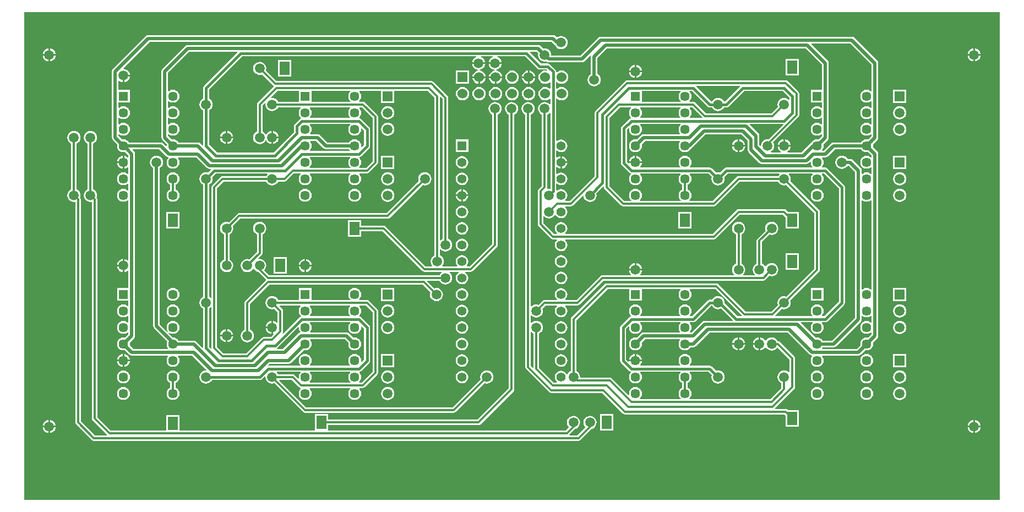
<source format=gtl>
G04*
G04 #@! TF.GenerationSoftware,Altium Limited,Altium Designer,20.0.14 (345)*
G04*
G04 Layer_Physical_Order=1*
G04 Layer_Color=255*
%FSLAX25Y25*%
%MOIN*%
G70*
G01*
G75*
%ADD21C,0.05567*%
%ADD22R,0.05567X0.05567*%
%ADD24C,0.01200*%
%ADD25C,0.02000*%
%ADD26C,0.01500*%
%ADD27C,0.05709*%
%ADD28R,0.05709X0.05709*%
%ADD29R,0.05937X0.07874*%
%ADD30R,0.05937X0.05937*%
%ADD31C,0.05937*%
%ADD32C,0.06024*%
%ADD33R,0.06024X0.06024*%
%ADD34C,0.05906*%
G36*
X590551Y0D02*
X-0D01*
X-0Y295276D01*
X590551D01*
X590551Y0D01*
D02*
G37*
%LPC*%
G36*
X575500Y273291D02*
Y269870D01*
X578921D01*
X578851Y270402D01*
X578453Y271363D01*
X577819Y272189D01*
X576993Y272823D01*
X576032Y273221D01*
X575500Y273291D01*
D02*
G37*
G36*
X574500D02*
X573968Y273221D01*
X573007Y272823D01*
X572181Y272189D01*
X571547Y271363D01*
X571149Y270402D01*
X571079Y269870D01*
X574500D01*
Y273291D01*
D02*
G37*
G36*
X15500D02*
Y269870D01*
X18921D01*
X18851Y270402D01*
X18453Y271363D01*
X17819Y272189D01*
X16993Y272823D01*
X16032Y273221D01*
X15500Y273291D01*
D02*
G37*
G36*
X14500D02*
X13968Y273221D01*
X13007Y272823D01*
X12181Y272189D01*
X11547Y271363D01*
X11149Y270402D01*
X11079Y269870D01*
X14500D01*
Y273291D01*
D02*
G37*
G36*
X578921Y268870D02*
X575500D01*
Y265449D01*
X576032Y265519D01*
X576993Y265917D01*
X577819Y266551D01*
X578453Y267377D01*
X578851Y268338D01*
X578921Y268870D01*
D02*
G37*
G36*
X574500D02*
X571079D01*
X571149Y268338D01*
X571547Y267377D01*
X572181Y266551D01*
X573007Y265917D01*
X573968Y265519D01*
X574500Y265449D01*
Y268870D01*
D02*
G37*
G36*
X18921D02*
X15500D01*
Y265449D01*
X16032Y265519D01*
X16993Y265917D01*
X17819Y266551D01*
X18453Y267377D01*
X18851Y268338D01*
X18921Y268870D01*
D02*
G37*
G36*
X14500D02*
X11079D01*
X11149Y268338D01*
X11547Y267377D01*
X12181Y266551D01*
X13007Y265917D01*
X13968Y265519D01*
X14500Y265449D01*
Y268870D01*
D02*
G37*
G36*
X320000Y281409D02*
X75000D01*
X74220Y281254D01*
X73558Y280812D01*
X53558Y260812D01*
X53116Y260150D01*
X52961Y259370D01*
Y219370D01*
X53116Y218590D01*
X53558Y217928D01*
X56229Y215257D01*
X56112Y214370D01*
X56245Y213364D01*
X56633Y212426D01*
X57251Y211621D01*
X58056Y211003D01*
X58994Y210615D01*
X60000Y210483D01*
X60887Y210599D01*
X62961Y208525D01*
Y207587D01*
X62461Y207340D01*
X61944Y207737D01*
X61006Y208125D01*
X60500Y208192D01*
Y204370D01*
Y200548D01*
X61006Y200615D01*
X61944Y201003D01*
X62461Y201400D01*
X62961Y201153D01*
Y197587D01*
X62461Y197340D01*
X61944Y197737D01*
X61006Y198125D01*
X60000Y198258D01*
X58994Y198125D01*
X58056Y197737D01*
X57251Y197119D01*
X56633Y196314D01*
X56245Y195376D01*
X56112Y194370D01*
X56245Y193364D01*
X56633Y192426D01*
X57251Y191621D01*
X58056Y191003D01*
X58994Y190615D01*
X60000Y190482D01*
X61006Y190615D01*
X61944Y191003D01*
X62461Y191400D01*
X62961Y191154D01*
Y187587D01*
X62461Y187340D01*
X61944Y187737D01*
X61006Y188125D01*
X60000Y188258D01*
X58994Y188125D01*
X58056Y187737D01*
X57251Y187119D01*
X56633Y186314D01*
X56245Y185376D01*
X56112Y184370D01*
X56245Y183364D01*
X56633Y182426D01*
X57251Y181621D01*
X58056Y181003D01*
X58994Y180615D01*
X60000Y180482D01*
X61006Y180615D01*
X61944Y181003D01*
X62461Y181400D01*
X62961Y181154D01*
Y145211D01*
X62461Y144964D01*
X61993Y145323D01*
X61032Y145721D01*
X60500Y145791D01*
Y141870D01*
Y137949D01*
X61032Y138019D01*
X61993Y138417D01*
X62461Y138776D01*
X62961Y138529D01*
Y128224D01*
X56146D01*
Y120516D01*
X62961D01*
Y117587D01*
X62461Y117340D01*
X61944Y117737D01*
X61006Y118125D01*
X60000Y118258D01*
X58994Y118125D01*
X58056Y117737D01*
X57251Y117119D01*
X56633Y116314D01*
X56245Y115376D01*
X56112Y114370D01*
X56245Y113364D01*
X56633Y112426D01*
X57251Y111621D01*
X58056Y111003D01*
X58994Y110615D01*
X60000Y110483D01*
X61006Y110615D01*
X61944Y111003D01*
X62461Y111400D01*
X62961Y111153D01*
Y107587D01*
X62461Y107340D01*
X61944Y107737D01*
X61006Y108125D01*
X60000Y108258D01*
X58994Y108125D01*
X58056Y107737D01*
X57251Y107119D01*
X56633Y106314D01*
X56245Y105376D01*
X56112Y104370D01*
X56245Y103364D01*
X56633Y102426D01*
X57251Y101621D01*
X58056Y101003D01*
X58994Y100615D01*
X60000Y100482D01*
X61006Y100615D01*
X61944Y101003D01*
X62461Y101400D01*
X62961Y101154D01*
Y100215D01*
X60887Y98141D01*
X60000Y98258D01*
X58994Y98125D01*
X58056Y97737D01*
X57251Y97119D01*
X56633Y96314D01*
X56245Y95376D01*
X56112Y94370D01*
X56245Y93364D01*
X56633Y92426D01*
X57251Y91621D01*
X58056Y91003D01*
X58994Y90615D01*
X60000Y90482D01*
X60887Y90599D01*
X63558Y87928D01*
X64220Y87486D01*
X65000Y87331D01*
X86783D01*
X87030Y86831D01*
X86633Y86314D01*
X86245Y85376D01*
X86112Y84370D01*
X86245Y83364D01*
X86633Y82426D01*
X87251Y81621D01*
X88056Y81003D01*
X88994Y80615D01*
X90000Y80483D01*
X91006Y80615D01*
X91944Y81003D01*
X92749Y81621D01*
X93367Y82426D01*
X93755Y83364D01*
X93888Y84370D01*
X93755Y85376D01*
X93367Y86314D01*
X92970Y86831D01*
X93217Y87331D01*
X101655D01*
X110206Y78780D01*
X109931Y78348D01*
X108968Y78221D01*
X108007Y77823D01*
X107181Y77189D01*
X106547Y76363D01*
X106149Y75402D01*
X106013Y74370D01*
X106149Y73338D01*
X106547Y72377D01*
X107181Y71551D01*
X108007Y70917D01*
X108968Y70519D01*
X110000Y70383D01*
X111032Y70519D01*
X111993Y70917D01*
X112819Y71551D01*
X113453Y72377D01*
X113539Y72586D01*
X142500D01*
X143183Y72722D01*
X143762Y73108D01*
X145582Y74929D01*
X146056Y74696D01*
X146013Y74370D01*
X146149Y73338D01*
X146547Y72377D01*
X147181Y71551D01*
X148007Y70917D01*
X148968Y70519D01*
X150000Y70383D01*
X151032Y70519D01*
X151394Y70669D01*
X168846Y53216D01*
X169376Y52863D01*
X170000Y52739D01*
X260000D01*
X260624Y52863D01*
X261154Y53216D01*
X278606Y70669D01*
X278968Y70519D01*
X280000Y70383D01*
X281032Y70519D01*
X281993Y70917D01*
X282819Y71551D01*
X283453Y72377D01*
X283851Y73338D01*
X283987Y74370D01*
X283851Y75402D01*
X283453Y76363D01*
X282819Y77189D01*
X281993Y77823D01*
X281032Y78221D01*
X280000Y78357D01*
X278968Y78221D01*
X278007Y77823D01*
X277181Y77189D01*
X276547Y76363D01*
X276149Y75402D01*
X276013Y74370D01*
X276149Y73338D01*
X276299Y72976D01*
X259324Y56001D01*
X170676D01*
X154400Y72277D01*
X154592Y72739D01*
X161824Y72739D01*
X166347Y68217D01*
X166347Y68217D01*
X166876Y67863D01*
X167291Y67780D01*
X167426Y67253D01*
X167251Y67119D01*
X166633Y66314D01*
X166245Y65376D01*
X166112Y64370D01*
X166245Y63364D01*
X166633Y62426D01*
X167251Y61621D01*
X168056Y61003D01*
X168994Y60615D01*
X170000Y60483D01*
X171006Y60615D01*
X171944Y61003D01*
X172749Y61621D01*
X173367Y62426D01*
X173755Y63364D01*
X173888Y64370D01*
X173755Y65376D01*
X173367Y66314D01*
X172749Y67119D01*
X172593Y67239D01*
X172763Y67739D01*
X197237D01*
X197407Y67239D01*
X197251Y67119D01*
X196633Y66314D01*
X196245Y65376D01*
X196112Y64370D01*
X196245Y63364D01*
X196633Y62426D01*
X197251Y61621D01*
X198056Y61003D01*
X198994Y60615D01*
X200000Y60483D01*
X201006Y60615D01*
X201944Y61003D01*
X202749Y61621D01*
X203367Y62426D01*
X203755Y63364D01*
X203888Y64370D01*
X203755Y65376D01*
X203367Y66314D01*
X202749Y67119D01*
X202593Y67239D01*
X202763Y67739D01*
X205000D01*
X205624Y67863D01*
X206153Y68217D01*
X213653Y75717D01*
X214007Y76246D01*
X214131Y76870D01*
Y114370D01*
X214007Y114994D01*
X213653Y115524D01*
X208653Y120524D01*
X208124Y120877D01*
X207500Y121001D01*
X202763D01*
X202593Y121501D01*
X202749Y121621D01*
X203367Y122426D01*
X203755Y123364D01*
X203888Y124370D01*
X203755Y125376D01*
X203367Y126314D01*
X202749Y127119D01*
X201944Y127737D01*
X201006Y128125D01*
X200000Y128258D01*
X198994Y128125D01*
X198056Y127737D01*
X197251Y127119D01*
X196633Y126314D01*
X196245Y125376D01*
X196112Y124370D01*
X196245Y123364D01*
X196633Y122426D01*
X197251Y121621D01*
X197407Y121501D01*
X197237Y121001D01*
X173854D01*
Y128224D01*
X166146D01*
Y121001D01*
X153603D01*
X153453Y121363D01*
X152819Y122189D01*
X151993Y122823D01*
X151032Y123221D01*
X150000Y123357D01*
X148968Y123221D01*
X148007Y122823D01*
X147181Y122189D01*
X146547Y121363D01*
X146149Y120402D01*
X146013Y119370D01*
X146149Y118338D01*
X146547Y117377D01*
X147181Y116551D01*
X148007Y115917D01*
X148968Y115519D01*
X150000Y115383D01*
X151032Y115519D01*
X151394Y115669D01*
X153369Y113694D01*
Y107251D01*
X152895Y107090D01*
X152819Y107189D01*
X151993Y107823D01*
X151032Y108221D01*
X150500Y108291D01*
Y104370D01*
Y100449D01*
X150575Y100459D01*
X150808Y99985D01*
X149324Y98501D01*
X145000D01*
X145000Y98501D01*
X144376Y98377D01*
X143846Y98024D01*
X134324Y88501D01*
X120676D01*
X116631Y92546D01*
Y188694D01*
X120676Y192739D01*
X146397D01*
X146547Y192377D01*
X147181Y191551D01*
X148007Y190917D01*
X148968Y190519D01*
X150000Y190383D01*
X151032Y190519D01*
X151993Y190917D01*
X152819Y191551D01*
X153453Y192377D01*
X153603Y192739D01*
X157500D01*
X158124Y192863D01*
X158653Y193217D01*
X163176Y197739D01*
X167237D01*
X167407Y197239D01*
X167251Y197119D01*
X166633Y196314D01*
X166245Y195376D01*
X166112Y194370D01*
X166245Y193364D01*
X166633Y192426D01*
X167251Y191621D01*
X168056Y191003D01*
X168994Y190615D01*
X170000Y190482D01*
X171006Y190615D01*
X171944Y191003D01*
X172749Y191621D01*
X173367Y192426D01*
X173755Y193364D01*
X173888Y194370D01*
X173755Y195376D01*
X173367Y196314D01*
X172749Y197119D01*
X172593Y197239D01*
X172763Y197739D01*
X197237D01*
X197407Y197239D01*
X197251Y197119D01*
X196633Y196314D01*
X196245Y195376D01*
X196112Y194370D01*
X196245Y193364D01*
X196633Y192426D01*
X197251Y191621D01*
X198056Y191003D01*
X198994Y190615D01*
X200000Y190482D01*
X201006Y190615D01*
X201944Y191003D01*
X202749Y191621D01*
X203367Y192426D01*
X203755Y193364D01*
X203888Y194370D01*
X203755Y195376D01*
X203367Y196314D01*
X202749Y197119D01*
X202593Y197239D01*
X202763Y197739D01*
X207500D01*
X208124Y197863D01*
X208653Y198216D01*
X213653Y203217D01*
X214007Y203746D01*
X214131Y204370D01*
Y231870D01*
X214007Y232494D01*
X213653Y233024D01*
X206153Y240524D01*
X205624Y240877D01*
X205000Y241001D01*
X202763D01*
X202593Y241501D01*
X202749Y241621D01*
X203367Y242426D01*
X203755Y243364D01*
X203888Y244370D01*
X203755Y245376D01*
X203367Y246314D01*
X202749Y247119D01*
X202593Y247239D01*
X202763Y247739D01*
X216032D01*
Y240402D01*
X223969D01*
Y247739D01*
X244324D01*
X248369Y243694D01*
Y147973D01*
X248007Y147823D01*
X247181Y147189D01*
X246547Y146363D01*
X246149Y145402D01*
X246013Y144370D01*
X246149Y143338D01*
X246547Y142377D01*
X246935Y141872D01*
X246688Y141372D01*
X242806D01*
X218653Y165524D01*
X218124Y165877D01*
X217500Y166001D01*
X203969D01*
Y169307D01*
X196031D01*
Y159433D01*
X203969D01*
Y162739D01*
X216824D01*
X240976Y138587D01*
X241506Y138233D01*
X242130Y138109D01*
X252558D01*
X252728Y137609D01*
X252181Y137189D01*
X251547Y136363D01*
X251397Y136001D01*
X148176D01*
X145307Y138870D01*
X145319Y139051D01*
X145953Y139877D01*
X146351Y140838D01*
X146487Y141870D01*
X146351Y142902D01*
X145953Y143863D01*
X145319Y144689D01*
X144493Y145323D01*
X143532Y145721D01*
X142500Y145857D01*
X141925Y145781D01*
X141692Y146255D01*
X143654Y148216D01*
X144007Y148746D01*
X144131Y149370D01*
Y160767D01*
X144493Y160917D01*
X145319Y161551D01*
X145953Y162377D01*
X146351Y163338D01*
X146487Y164370D01*
X146351Y165402D01*
X145953Y166364D01*
X145319Y167189D01*
X144493Y167823D01*
X143532Y168221D01*
X142500Y168357D01*
X141468Y168221D01*
X140507Y167823D01*
X139681Y167189D01*
X139047Y166364D01*
X138649Y165402D01*
X138513Y164370D01*
X138649Y163338D01*
X139047Y162377D01*
X139681Y161551D01*
X140507Y160917D01*
X140869Y160767D01*
Y150046D01*
X136394Y145571D01*
X136032Y145721D01*
X135000Y145857D01*
X133968Y145721D01*
X133007Y145323D01*
X132181Y144689D01*
X131547Y143863D01*
X131149Y142902D01*
X131013Y141870D01*
X131149Y140838D01*
X131547Y139877D01*
X132181Y139051D01*
X133007Y138417D01*
X133968Y138019D01*
X135000Y137883D01*
X136032Y138019D01*
X136993Y138417D01*
X137819Y139051D01*
X138453Y139877D01*
X138500Y139991D01*
X139000D01*
X139047Y139877D01*
X139681Y139051D01*
X140507Y138417D01*
X141468Y138019D01*
X141555Y138008D01*
X146102Y133461D01*
X146292Y133120D01*
X146102Y132779D01*
X133846Y120524D01*
X133493Y119994D01*
X133369Y119370D01*
Y102973D01*
X133007Y102823D01*
X132181Y102189D01*
X131547Y101364D01*
X131149Y100402D01*
X131013Y99370D01*
X131149Y98338D01*
X131547Y97377D01*
X132181Y96551D01*
X133007Y95917D01*
X133968Y95519D01*
X135000Y95383D01*
X136032Y95519D01*
X136993Y95917D01*
X137819Y96551D01*
X138453Y97377D01*
X138851Y98338D01*
X138987Y99370D01*
X138851Y100402D01*
X138453Y101364D01*
X137819Y102189D01*
X136993Y102823D01*
X136631Y102973D01*
Y118694D01*
X148176Y130239D01*
X241224D01*
X245785Y125679D01*
X245635Y125316D01*
X245499Y124285D01*
X245635Y123253D01*
X246033Y122291D01*
X246667Y121465D01*
X247492Y120832D01*
X248454Y120433D01*
X249486Y120298D01*
X250518Y120433D01*
X251479Y120832D01*
X252305Y121465D01*
X252938Y122291D01*
X253337Y123253D01*
X253473Y124285D01*
X253337Y125316D01*
X252938Y126278D01*
X252305Y127104D01*
X251479Y127737D01*
X250518Y128136D01*
X249486Y128271D01*
X248454Y128136D01*
X248092Y127986D01*
X243800Y132277D01*
X243992Y132739D01*
X251397D01*
X251547Y132377D01*
X252181Y131551D01*
X253007Y130917D01*
X253968Y130519D01*
X255000Y130383D01*
X256032Y130519D01*
X256993Y130917D01*
X257819Y131551D01*
X258453Y132377D01*
X258851Y133338D01*
X258987Y134370D01*
X258851Y135402D01*
X258453Y136363D01*
X257819Y137189D01*
X257272Y137609D01*
X257442Y138109D01*
X262873D01*
X262951Y137953D01*
X263006Y137609D01*
X262302Y137068D01*
X261695Y136278D01*
X261314Y135358D01*
X261184Y134370D01*
X261314Y133382D01*
X261695Y132462D01*
X262302Y131672D01*
X263092Y131065D01*
X264012Y130684D01*
X265000Y130554D01*
X265988Y130684D01*
X266908Y131065D01*
X267698Y131672D01*
X268305Y132462D01*
X268686Y133382D01*
X268816Y134370D01*
X268686Y135358D01*
X268305Y136278D01*
X267698Y137068D01*
X266994Y137609D01*
X267049Y137953D01*
X267127Y138109D01*
X270370D01*
X270994Y138233D01*
X271524Y138587D01*
X286154Y153217D01*
X286507Y153746D01*
X286631Y154370D01*
Y233267D01*
X286993Y233417D01*
X287819Y234051D01*
X288453Y234877D01*
X288851Y235838D01*
X288987Y236870D01*
X288851Y237902D01*
X288453Y238863D01*
X287819Y239689D01*
X286993Y240323D01*
X286032Y240721D01*
X285000Y240857D01*
X283968Y240721D01*
X283007Y240323D01*
X282181Y239689D01*
X281547Y238863D01*
X281149Y237902D01*
X281013Y236870D01*
X281149Y235838D01*
X281547Y234877D01*
X282181Y234051D01*
X283007Y233417D01*
X283369Y233267D01*
Y155046D01*
X269694Y141372D01*
X268098D01*
X267852Y141872D01*
X268305Y142462D01*
X268686Y143382D01*
X268816Y144370D01*
X268686Y145358D01*
X268305Y146278D01*
X267698Y147069D01*
X266908Y147675D01*
X265988Y148056D01*
X265000Y148186D01*
X264012Y148056D01*
X263092Y147675D01*
X262302Y147069D01*
X261695Y146278D01*
X261314Y145358D01*
X261184Y144370D01*
X261314Y143382D01*
X261695Y142462D01*
X262148Y141872D01*
X261902Y141372D01*
X253312D01*
X253065Y141872D01*
X253453Y142377D01*
X253851Y143338D01*
X253987Y144370D01*
X253851Y145402D01*
X253453Y146363D01*
X252819Y147189D01*
X251993Y147823D01*
X251631Y147973D01*
Y151489D01*
X252105Y151650D01*
X252181Y151551D01*
X253007Y150917D01*
X253968Y150519D01*
X255000Y150383D01*
X256032Y150519D01*
X256993Y150917D01*
X257819Y151551D01*
X258453Y152377D01*
X258851Y153338D01*
X258987Y154370D01*
X258851Y155402D01*
X258453Y156363D01*
X257819Y157189D01*
X256993Y157823D01*
X256631Y157973D01*
Y243370D01*
X256631Y243370D01*
X256507Y243994D01*
X256153Y244524D01*
X247654Y253024D01*
X247124Y253377D01*
X246500Y253501D01*
X152546D01*
X146201Y259846D01*
X146351Y260208D01*
X146487Y261240D01*
X146351Y262272D01*
X145953Y263234D01*
X145319Y264059D01*
X144493Y264693D01*
X143532Y265091D01*
X142500Y265227D01*
X141468Y265091D01*
X140507Y264693D01*
X139681Y264059D01*
X139047Y263234D01*
X138649Y262272D01*
X138513Y261240D01*
X138649Y260208D01*
X139047Y259247D01*
X139681Y258421D01*
X140507Y257787D01*
X141468Y257389D01*
X142500Y257253D01*
X143532Y257389D01*
X143894Y257539D01*
X150716Y250716D01*
X150882Y250606D01*
X150931Y250108D01*
X141347Y240524D01*
X140993Y239994D01*
X140869Y239370D01*
Y222973D01*
X140507Y222823D01*
X139681Y222189D01*
X139047Y221363D01*
X138649Y220402D01*
X138513Y219370D01*
X138649Y218338D01*
X139047Y217377D01*
X139681Y216551D01*
X140507Y215917D01*
X141468Y215519D01*
X142500Y215383D01*
X143532Y215519D01*
X144493Y215917D01*
X145319Y216551D01*
X145953Y217377D01*
X146000Y217491D01*
X146500D01*
X146547Y217377D01*
X147181Y216551D01*
X148007Y215917D01*
X148968Y215519D01*
X149500Y215449D01*
Y219370D01*
Y223291D01*
X148968Y223221D01*
X148007Y222823D01*
X147181Y222189D01*
X146547Y221363D01*
X146500Y221249D01*
X146000D01*
X145953Y221363D01*
X145319Y222189D01*
X144493Y222823D01*
X144131Y222973D01*
Y238694D01*
X145615Y240178D01*
X146089Y239945D01*
X146013Y239370D01*
X146149Y238338D01*
X146547Y237377D01*
X147181Y236551D01*
X148007Y235917D01*
X148968Y235519D01*
X150000Y235383D01*
X151032Y235519D01*
X151993Y235917D01*
X152819Y236551D01*
X153453Y237377D01*
X153603Y237739D01*
X167237D01*
X167407Y237239D01*
X167251Y237119D01*
X166633Y236314D01*
X166245Y235376D01*
X166112Y234370D01*
X166245Y233364D01*
X166633Y232426D01*
X167251Y231621D01*
X167401Y231506D01*
X167263Y230982D01*
X166738Y230632D01*
X163738Y227632D01*
X163352Y227053D01*
X163216Y226370D01*
Y222609D01*
X150761Y210154D01*
X116739D01*
X111784Y215109D01*
Y235831D01*
X111993Y235917D01*
X112819Y236551D01*
X113453Y237377D01*
X113851Y238338D01*
X113987Y239370D01*
X113851Y240402D01*
X113453Y241364D01*
X112819Y242189D01*
X111993Y242823D01*
X111784Y242909D01*
Y248631D01*
X131739Y268586D01*
X273542D01*
X273641Y268086D01*
X273007Y267823D01*
X272181Y267189D01*
X271547Y266364D01*
X271149Y265402D01*
X271079Y264870D01*
X278921D01*
X278851Y265402D01*
X278453Y266364D01*
X277819Y267189D01*
X276993Y267823D01*
X276359Y268086D01*
X276458Y268586D01*
X283542D01*
X283642Y268086D01*
X283007Y267823D01*
X282181Y267189D01*
X281547Y266364D01*
X281149Y265402D01*
X281079Y264870D01*
X288921D01*
X288851Y265402D01*
X288453Y266364D01*
X287819Y267189D01*
X286993Y267823D01*
X286358Y268086D01*
X286458Y268586D01*
X303261D01*
X310738Y261108D01*
X311317Y260722D01*
X312000Y260586D01*
X312000Y260586D01*
X316261D01*
X316611Y260236D01*
X316327Y259812D01*
X316323Y259814D01*
X315276Y259952D01*
X314228Y259814D01*
X313252Y259410D01*
X312414Y258767D01*
X311771Y257929D01*
X311367Y256953D01*
X311229Y255906D01*
X311367Y254858D01*
X311771Y253882D01*
X312414Y253044D01*
X313252Y252401D01*
X314228Y251997D01*
X315276Y251859D01*
X316323Y251997D01*
X317299Y252401D01*
X317947Y252898D01*
X318446Y252657D01*
Y249154D01*
X317947Y248913D01*
X317299Y249410D01*
X316323Y249814D01*
X315276Y249952D01*
X314228Y249814D01*
X313252Y249410D01*
X312414Y248767D01*
X311771Y247929D01*
X311367Y246953D01*
X311229Y245905D01*
X311367Y244858D01*
X311771Y243882D01*
X312414Y243044D01*
X313252Y242401D01*
X314228Y241997D01*
X315276Y241859D01*
X316323Y241997D01*
X317299Y242401D01*
X317947Y242898D01*
X318446Y242657D01*
Y239649D01*
X317973Y239489D01*
X317819Y239689D01*
X316993Y240323D01*
X316032Y240721D01*
X315000Y240857D01*
X313968Y240721D01*
X313007Y240323D01*
X312181Y239689D01*
X311547Y238863D01*
X311149Y237902D01*
X311013Y236870D01*
X311149Y235838D01*
X311547Y234877D01*
X312181Y234051D01*
X313007Y233417D01*
X313369Y233267D01*
Y190046D01*
X311347Y188024D01*
X310993Y187494D01*
X310869Y186870D01*
Y166870D01*
X310869Y166870D01*
X310993Y166246D01*
X311347Y165717D01*
X318847Y158217D01*
X319376Y157863D01*
X320000Y157739D01*
X322354D01*
X322523Y157239D01*
X322302Y157069D01*
X321695Y156278D01*
X321314Y155358D01*
X321184Y154370D01*
X321314Y153382D01*
X321695Y152462D01*
X322302Y151672D01*
X323092Y151065D01*
X324012Y150684D01*
X325000Y150554D01*
X325988Y150684D01*
X326908Y151065D01*
X327698Y151672D01*
X328305Y152462D01*
X328686Y153382D01*
X328816Y154370D01*
X328686Y155358D01*
X328305Y156278D01*
X327698Y157069D01*
X327477Y157239D01*
X327646Y157739D01*
X417500Y157739D01*
X418124Y157863D01*
X418653Y158217D01*
X433176Y172739D01*
X459324D01*
X461031Y171031D01*
Y164433D01*
X468968D01*
Y174307D01*
X462370D01*
X461154Y175524D01*
X460624Y175877D01*
X460000Y176001D01*
X432500D01*
X431876Y175877D01*
X431347Y175524D01*
X416824Y161001D01*
X327646Y161001D01*
X327477Y161501D01*
X327698Y161672D01*
X328305Y162462D01*
X328686Y163382D01*
X328816Y164370D01*
X328686Y165358D01*
X328305Y166278D01*
X327698Y167069D01*
X326908Y167675D01*
X325988Y168056D01*
X325000Y168186D01*
X324012Y168056D01*
X323092Y167675D01*
X322302Y167069D01*
X321695Y166278D01*
X321314Y165358D01*
X321184Y164370D01*
X321314Y163382D01*
X321695Y162462D01*
X322302Y161672D01*
X322523Y161501D01*
X322354Y161001D01*
X320676D01*
X314131Y167546D01*
Y171489D01*
X314605Y171650D01*
X314681Y171551D01*
X315507Y170917D01*
X316468Y170519D01*
X317500Y170383D01*
X318532Y170519D01*
X319493Y170917D01*
X320319Y171551D01*
X320953Y172377D01*
X321092Y172712D01*
X321592D01*
X321695Y172462D01*
X322302Y171672D01*
X323092Y171065D01*
X324012Y170684D01*
X325000Y170554D01*
X325988Y170684D01*
X326908Y171065D01*
X327698Y171672D01*
X328305Y172462D01*
X328686Y173382D01*
X328816Y174370D01*
X328686Y175358D01*
X328305Y176278D01*
X327698Y177068D01*
X327477Y177239D01*
X327646Y177739D01*
X331000D01*
X331624Y177863D01*
X332154Y178217D01*
X338043Y184107D01*
X338571Y183927D01*
X338649Y183338D01*
X339047Y182377D01*
X339681Y181551D01*
X340507Y180917D01*
X341468Y180519D01*
X342500Y180383D01*
X343532Y180519D01*
X344493Y180917D01*
X345319Y181551D01*
X345953Y182377D01*
X346351Y183338D01*
X346487Y184370D01*
X346351Y185402D01*
X346264Y185611D01*
X350407Y189753D01*
X350869Y189562D01*
Y189370D01*
X350993Y188746D01*
X351346Y188216D01*
X361347Y178217D01*
X361876Y177863D01*
X362500Y177739D01*
X362500Y177739D01*
X417500D01*
X418124Y177863D01*
X418653Y178217D01*
X433176Y192739D01*
X456397D01*
X456547Y192377D01*
X457181Y191551D01*
X458007Y190917D01*
X458968Y190519D01*
X460000Y190383D01*
X461032Y190519D01*
X461394Y190669D01*
X478369Y173694D01*
Y140046D01*
X461394Y123071D01*
X461032Y123221D01*
X460000Y123357D01*
X458968Y123221D01*
X458007Y122823D01*
X457181Y122189D01*
X456547Y121363D01*
X456149Y120402D01*
X456013Y119370D01*
X456149Y118338D01*
X456299Y117976D01*
X452324Y114001D01*
X436676D01*
X420154Y130524D01*
X419624Y130877D01*
X419000Y131001D01*
X352500D01*
X351876Y130877D01*
X351346Y130524D01*
X331347Y110524D01*
X330993Y109994D01*
X330869Y109370D01*
Y77973D01*
X330507Y77823D01*
X329681Y77189D01*
X329047Y76363D01*
X328908Y76028D01*
X328408D01*
X328305Y76278D01*
X327698Y77069D01*
X326908Y77675D01*
X325988Y78056D01*
X325000Y78186D01*
X324012Y78056D01*
X323092Y77675D01*
X322302Y77069D01*
X321695Y76278D01*
X321314Y75358D01*
X321184Y74370D01*
X321314Y73382D01*
X321695Y72462D01*
X322302Y71672D01*
X322523Y71501D01*
X322354Y71001D01*
X320676D01*
X311631Y80046D01*
Y100767D01*
X311993Y100917D01*
X312819Y101551D01*
X313453Y102377D01*
X313851Y103338D01*
X313987Y104370D01*
X313851Y105402D01*
X313453Y106363D01*
X312819Y107189D01*
X311993Y107823D01*
X311032Y108221D01*
X310000Y108357D01*
X308968Y108221D01*
X308007Y107823D01*
X307181Y107189D01*
X307105Y107090D01*
X306631Y107251D01*
Y111489D01*
X307105Y111650D01*
X307181Y111551D01*
X308007Y110917D01*
X308968Y110519D01*
X310000Y110383D01*
X311032Y110519D01*
X311993Y110917D01*
X312819Y111551D01*
X313453Y112377D01*
X313851Y113338D01*
X313987Y114370D01*
X313851Y115402D01*
X313701Y115764D01*
X315676Y117739D01*
X322354D01*
X322523Y117239D01*
X322302Y117069D01*
X321695Y116278D01*
X321314Y115358D01*
X321184Y114370D01*
X321314Y113382D01*
X321695Y112462D01*
X322302Y111672D01*
X323092Y111065D01*
X324012Y110684D01*
X325000Y110554D01*
X325988Y110684D01*
X326908Y111065D01*
X327698Y111672D01*
X328305Y112462D01*
X328686Y113382D01*
X328816Y114370D01*
X328686Y115358D01*
X328305Y116278D01*
X327698Y117069D01*
X327477Y117239D01*
X327646Y117739D01*
X335000D01*
X335624Y117863D01*
X336154Y118217D01*
X350676Y132739D01*
X447500D01*
X448124Y132863D01*
X448654Y133217D01*
X451106Y135669D01*
X451468Y135519D01*
X452500Y135383D01*
X453532Y135519D01*
X454493Y135917D01*
X455319Y136551D01*
X455953Y137377D01*
X456351Y138338D01*
X456487Y139370D01*
X456351Y140402D01*
X455953Y141364D01*
X455319Y142189D01*
X454493Y142823D01*
X453532Y143221D01*
X452500Y143357D01*
X451468Y143221D01*
X450507Y142823D01*
X449681Y142189D01*
X449047Y141364D01*
X449000Y141249D01*
X448500D01*
X448453Y141364D01*
X447819Y142189D01*
X446993Y142823D01*
X446631Y142973D01*
Y156194D01*
X451106Y160669D01*
X451468Y160519D01*
X452500Y160383D01*
X453532Y160519D01*
X454493Y160917D01*
X455319Y161551D01*
X455953Y162377D01*
X456351Y163338D01*
X456487Y164370D01*
X456351Y165402D01*
X455953Y166364D01*
X455319Y167189D01*
X454493Y167823D01*
X453532Y168221D01*
X452500Y168357D01*
X451468Y168221D01*
X450507Y167823D01*
X449681Y167189D01*
X449047Y166364D01*
X448649Y165402D01*
X448513Y164370D01*
X448649Y163338D01*
X448799Y162976D01*
X443847Y158024D01*
X443493Y157494D01*
X443369Y156870D01*
Y142973D01*
X443007Y142823D01*
X442181Y142189D01*
X441547Y141364D01*
X441149Y140402D01*
X441013Y139370D01*
X441149Y138338D01*
X441547Y137377D01*
X442181Y136551D01*
X442280Y136475D01*
X442119Y136001D01*
X435381D01*
X435220Y136475D01*
X435319Y136551D01*
X435953Y137377D01*
X436351Y138338D01*
X436487Y139370D01*
X436351Y140402D01*
X435953Y141364D01*
X435319Y142189D01*
X434493Y142823D01*
X434131Y142973D01*
Y160767D01*
X434493Y160917D01*
X435319Y161551D01*
X435953Y162377D01*
X436351Y163338D01*
X436487Y164370D01*
X436351Y165402D01*
X435953Y166364D01*
X435319Y167189D01*
X434493Y167823D01*
X433532Y168221D01*
X432500Y168357D01*
X431468Y168221D01*
X430507Y167823D01*
X429681Y167189D01*
X429047Y166364D01*
X428649Y165402D01*
X428513Y164370D01*
X428649Y163338D01*
X429047Y162377D01*
X429681Y161551D01*
X430507Y160917D01*
X430869Y160767D01*
Y142973D01*
X430507Y142823D01*
X429681Y142189D01*
X429047Y141364D01*
X428649Y140402D01*
X428513Y139370D01*
X428649Y138338D01*
X429047Y137377D01*
X429681Y136551D01*
X429780Y136475D01*
X429619Y136001D01*
X372881D01*
X372720Y136475D01*
X372819Y136551D01*
X373453Y137377D01*
X373851Y138338D01*
X373921Y138870D01*
X366079D01*
X366149Y138338D01*
X366547Y137377D01*
X367181Y136551D01*
X367280Y136475D01*
X367119Y136001D01*
X350000D01*
X349376Y135877D01*
X348847Y135524D01*
X334324Y121001D01*
X327646D01*
X327477Y121501D01*
X327698Y121672D01*
X328305Y122462D01*
X328686Y123382D01*
X328816Y124370D01*
X328686Y125358D01*
X328305Y126278D01*
X327698Y127068D01*
X326908Y127675D01*
X325988Y128056D01*
X325000Y128186D01*
X324012Y128056D01*
X323092Y127675D01*
X322302Y127068D01*
X321695Y126278D01*
X321314Y125358D01*
X321184Y124370D01*
X321314Y123382D01*
X321695Y122462D01*
X322302Y121672D01*
X322523Y121501D01*
X322354Y121001D01*
X315000D01*
X314376Y120877D01*
X313846Y120524D01*
X311394Y118071D01*
X311032Y118221D01*
X310000Y118357D01*
X308968Y118221D01*
X308007Y117823D01*
X307181Y117189D01*
X307105Y117090D01*
X306631Y117251D01*
X306631Y233267D01*
X306993Y233417D01*
X307819Y234051D01*
X308453Y234877D01*
X308851Y235838D01*
X308987Y236870D01*
X308851Y237902D01*
X308453Y238863D01*
X307819Y239689D01*
X306993Y240323D01*
X306032Y240721D01*
X305000Y240857D01*
X303968Y240721D01*
X303007Y240323D01*
X302181Y239689D01*
X301547Y238863D01*
X301149Y237902D01*
X301013Y236870D01*
X301149Y235838D01*
X301547Y234877D01*
X302181Y234051D01*
X303007Y233417D01*
X303369Y233267D01*
X303369Y84370D01*
Y80370D01*
X303493Y79746D01*
X303847Y79216D01*
X317846Y65216D01*
X318376Y64863D01*
X319000Y64739D01*
X349824D01*
X362347Y52217D01*
X362876Y51863D01*
X363500Y51739D01*
X460324D01*
X461031Y51032D01*
Y44433D01*
X468968D01*
Y54307D01*
X462370D01*
X462154Y54524D01*
X461624Y54877D01*
X461000Y55001D01*
X454645D01*
X454438Y55501D01*
X466153Y67216D01*
X466507Y67746D01*
X466631Y68370D01*
Y85620D01*
X466507Y86244D01*
X466153Y86774D01*
X457404Y95524D01*
X456874Y95877D01*
X456250Y96001D01*
X456103D01*
X455953Y96364D01*
X455319Y97189D01*
X454493Y97823D01*
X453532Y98221D01*
X452500Y98357D01*
X451468Y98221D01*
X450507Y97823D01*
X449681Y97189D01*
X449047Y96364D01*
X449000Y96249D01*
X448500D01*
X448453Y96364D01*
X447819Y97189D01*
X446993Y97823D01*
X446032Y98221D01*
X445500Y98291D01*
Y94370D01*
Y90449D01*
X446032Y90519D01*
X446993Y90917D01*
X447819Y91551D01*
X448453Y92377D01*
X448500Y92491D01*
X449000D01*
X449047Y92377D01*
X449681Y91551D01*
X450507Y90917D01*
X451468Y90519D01*
X452500Y90383D01*
X453532Y90519D01*
X454493Y90917D01*
X455319Y91551D01*
X455715Y92067D01*
X456214Y92099D01*
X463369Y84944D01*
Y77251D01*
X462895Y77090D01*
X462819Y77189D01*
X461993Y77823D01*
X461032Y78221D01*
X460000Y78357D01*
X458968Y78221D01*
X458007Y77823D01*
X457181Y77189D01*
X456547Y76363D01*
X456149Y75402D01*
X456013Y74370D01*
X456149Y73338D01*
X456547Y72377D01*
X457181Y71551D01*
X458007Y70917D01*
X458369Y70767D01*
Y67546D01*
X451824Y61001D01*
X402763D01*
X402593Y61501D01*
X402749Y61621D01*
X403367Y62426D01*
X403755Y63364D01*
X403888Y64370D01*
X403755Y65376D01*
X403367Y66314D01*
X402749Y67119D01*
X401944Y67737D01*
X401631Y67866D01*
Y70874D01*
X401944Y71003D01*
X402749Y71621D01*
X403367Y72426D01*
X403755Y73364D01*
X403888Y74370D01*
X403755Y75376D01*
X403367Y76314D01*
X402774Y77086D01*
X402816Y77316D01*
X402907Y77586D01*
X414261D01*
X416236Y75611D01*
X416149Y75402D01*
X416013Y74370D01*
X416149Y73338D01*
X416547Y72377D01*
X417181Y71551D01*
X418007Y70917D01*
X418968Y70519D01*
X420000Y70383D01*
X421032Y70519D01*
X421993Y70917D01*
X422819Y71551D01*
X423453Y72377D01*
X423851Y73338D01*
X423987Y74370D01*
X423851Y75402D01*
X423453Y76363D01*
X422819Y77189D01*
X421993Y77823D01*
X421032Y78221D01*
X420000Y78357D01*
X418968Y78221D01*
X418759Y78135D01*
X416262Y80632D01*
X415683Y81019D01*
X415000Y81154D01*
X402907D01*
X402816Y81424D01*
X402774Y81654D01*
X403367Y82426D01*
X403755Y83364D01*
X403888Y84370D01*
X403755Y85376D01*
X403367Y86314D01*
X402749Y87119D01*
X401944Y87737D01*
X401006Y88125D01*
X400000Y88258D01*
X398994Y88125D01*
X398056Y87737D01*
X397251Y87119D01*
X396633Y86314D01*
X396245Y85376D01*
X396112Y84370D01*
X396245Y83364D01*
X396633Y82426D01*
X397226Y81654D01*
X397184Y81424D01*
X397093Y81154D01*
X372907D01*
X372816Y81424D01*
X372774Y81654D01*
X373367Y82426D01*
X373755Y83364D01*
X373822Y83870D01*
X370000D01*
X366048D01*
X365697Y83697D01*
X364284Y85109D01*
Y103631D01*
X365697Y105043D01*
X366170Y104810D01*
X366112Y104370D01*
X366245Y103364D01*
X366633Y102426D01*
X367251Y101621D01*
X368056Y101003D01*
X368994Y100615D01*
X370000Y100482D01*
X371006Y100615D01*
X371944Y101003D01*
X372749Y101621D01*
X373367Y102426D01*
X373755Y103364D01*
X373888Y104370D01*
X373755Y105376D01*
X373367Y106314D01*
X372774Y107086D01*
X372816Y107316D01*
X372907Y107586D01*
X397093D01*
X397184Y107316D01*
X397226Y107086D01*
X396633Y106314D01*
X396245Y105376D01*
X396112Y104370D01*
X396245Y103364D01*
X396633Y102426D01*
X397030Y101909D01*
X396783Y101409D01*
X375000D01*
X374220Y101254D01*
X373558Y100812D01*
X370887Y98141D01*
X370000Y98258D01*
X368994Y98125D01*
X368056Y97737D01*
X367251Y97119D01*
X366633Y96314D01*
X366245Y95376D01*
X366112Y94370D01*
X366245Y93364D01*
X366633Y92426D01*
X367251Y91621D01*
X368056Y91003D01*
X368994Y90615D01*
X370000Y90482D01*
X371006Y90615D01*
X371944Y91003D01*
X372749Y91621D01*
X373367Y92426D01*
X373755Y93364D01*
X373888Y94370D01*
X373771Y95257D01*
X375845Y97331D01*
X396783D01*
X397030Y96831D01*
X396633Y96314D01*
X396245Y95376D01*
X396112Y94370D01*
X396245Y93364D01*
X396633Y92426D01*
X397251Y91621D01*
X398056Y91003D01*
X398994Y90615D01*
X400000Y90482D01*
X401006Y90615D01*
X401944Y91003D01*
X402749Y91621D01*
X403294Y92331D01*
X405000D01*
X405780Y92486D01*
X406442Y92928D01*
X414845Y101331D01*
X462155D01*
X475558Y87928D01*
X476220Y87486D01*
X476812Y87368D01*
X477023Y86949D01*
X477030Y86831D01*
X476633Y86314D01*
X476245Y85376D01*
X476112Y84370D01*
X476245Y83364D01*
X476633Y82426D01*
X477251Y81621D01*
X478056Y81003D01*
X478994Y80615D01*
X480000Y80483D01*
X481006Y80615D01*
X481944Y81003D01*
X482749Y81621D01*
X483367Y82426D01*
X483755Y83364D01*
X483888Y84370D01*
X483755Y85376D01*
X483367Y86314D01*
X482970Y86831D01*
X483217Y87331D01*
X505000D01*
X505780Y87486D01*
X506442Y87928D01*
X509113Y90599D01*
X510000Y90482D01*
X511006Y90615D01*
X511944Y91003D01*
X512749Y91621D01*
X513367Y92426D01*
X513755Y93364D01*
X513888Y94370D01*
X513771Y95257D01*
X516442Y97928D01*
X516884Y98590D01*
X517039Y99370D01*
Y209370D01*
X516884Y210150D01*
X516442Y210812D01*
X513771Y213483D01*
X513888Y214370D01*
X513771Y215257D01*
X516442Y217928D01*
X516884Y218590D01*
X517039Y219370D01*
Y264370D01*
X516884Y265150D01*
X516442Y265812D01*
X502442Y279812D01*
X501780Y280254D01*
X501000Y280409D01*
X349000D01*
X349000Y280409D01*
X348220Y280254D01*
X347558Y279812D01*
X336655Y268909D01*
X319305D01*
X318976Y269285D01*
X318987Y269370D01*
X318851Y270402D01*
X318453Y271363D01*
X317819Y272189D01*
X316993Y272823D01*
X316032Y273221D01*
X315000Y273357D01*
X314025Y273229D01*
X312442Y274812D01*
X311780Y275254D01*
X311000Y275409D01*
X99000D01*
X98220Y275254D01*
X97558Y274812D01*
X83558Y260812D01*
X83116Y260150D01*
X82961Y259370D01*
Y219370D01*
X83116Y218590D01*
X83558Y217928D01*
X86229Y215257D01*
X86112Y214370D01*
X86121Y214302D01*
X85673Y214081D01*
X83942Y215812D01*
X83280Y216254D01*
X82500Y216409D01*
X63294D01*
X62749Y217119D01*
X61944Y217737D01*
X61006Y218125D01*
X60000Y218258D01*
X59113Y218141D01*
X57039Y220215D01*
Y221153D01*
X57539Y221400D01*
X58056Y221003D01*
X58994Y220615D01*
X60000Y220482D01*
X61006Y220615D01*
X61944Y221003D01*
X62749Y221621D01*
X63367Y222426D01*
X63755Y223364D01*
X63888Y224370D01*
X63755Y225376D01*
X63367Y226314D01*
X62749Y227119D01*
X61944Y227737D01*
X61006Y228125D01*
X60000Y228258D01*
X58994Y228125D01*
X58056Y227737D01*
X57539Y227340D01*
X57039Y227587D01*
Y231153D01*
X57539Y231400D01*
X58056Y231003D01*
X58994Y230615D01*
X60000Y230483D01*
X61006Y230615D01*
X61944Y231003D01*
X62749Y231621D01*
X63367Y232426D01*
X63755Y233364D01*
X63888Y234370D01*
X63755Y235376D01*
X63367Y236314D01*
X62749Y237119D01*
X61944Y237737D01*
X61006Y238125D01*
X60000Y238258D01*
X58994Y238125D01*
X58056Y237737D01*
X57539Y237340D01*
X57039Y237587D01*
Y240516D01*
X63854D01*
Y248224D01*
X57039D01*
Y253529D01*
X57539Y253776D01*
X58007Y253417D01*
X58968Y253019D01*
X59500Y252949D01*
Y256870D01*
X60000D01*
Y257370D01*
X63921D01*
X63851Y257902D01*
X63453Y258863D01*
X62819Y259689D01*
X61993Y260323D01*
X61032Y260721D01*
X60069Y260848D01*
X59794Y261280D01*
X75845Y277331D01*
X319155D01*
X321058Y275428D01*
X321419Y275187D01*
X321547Y274877D01*
X322181Y274051D01*
X323007Y273417D01*
X323968Y273019D01*
X325000Y272883D01*
X326032Y273019D01*
X326993Y273417D01*
X327819Y274051D01*
X328453Y274877D01*
X328851Y275838D01*
X328987Y276870D01*
X328851Y277902D01*
X328453Y278864D01*
X327819Y279689D01*
X326993Y280323D01*
X326032Y280721D01*
X325000Y280857D01*
X323968Y280721D01*
X323007Y280323D01*
X322398Y279856D01*
X321442Y280812D01*
X320780Y281254D01*
X320000Y281409D01*
D02*
G37*
G36*
X305776Y259886D02*
Y256405D01*
X309256D01*
X309184Y256953D01*
X308780Y257929D01*
X308137Y258767D01*
X307299Y259410D01*
X306323Y259814D01*
X305776Y259886D01*
D02*
G37*
G36*
X304776Y259886D02*
X304228Y259814D01*
X303252Y259410D01*
X302414Y258767D01*
X301771Y257929D01*
X301367Y256953D01*
X301295Y256405D01*
X304776D01*
Y259886D01*
D02*
G37*
G36*
X278921Y263870D02*
X271079D01*
X271149Y263338D01*
X271547Y262377D01*
X272181Y261551D01*
X273007Y260917D01*
X273968Y260519D01*
X274860Y260402D01*
X274860Y259897D01*
X274228Y259814D01*
X273252Y259410D01*
X272414Y258767D01*
X271771Y257929D01*
X271367Y256953D01*
X271295Y256405D01*
X275276D01*
X279256D01*
X279184Y256953D01*
X278780Y257929D01*
X278137Y258767D01*
X277299Y259410D01*
X276323Y259814D01*
X275415Y259934D01*
Y260438D01*
X276032Y260519D01*
X276993Y260917D01*
X277819Y261551D01*
X278453Y262377D01*
X278851Y263338D01*
X278921Y263870D01*
D02*
G37*
G36*
X288921D02*
X281079D01*
X281149Y263338D01*
X281547Y262377D01*
X282181Y261551D01*
X283007Y260917D01*
X283968Y260519D01*
X284860Y260402D01*
X284860Y259897D01*
X284228Y259814D01*
X283252Y259410D01*
X282414Y258767D01*
X281771Y257929D01*
X281367Y256953D01*
X281295Y256405D01*
X285276D01*
X289256D01*
X289184Y256953D01*
X288780Y257929D01*
X288137Y258767D01*
X287299Y259410D01*
X286323Y259814D01*
X285415Y259934D01*
Y260438D01*
X286032Y260519D01*
X286993Y260917D01*
X287819Y261551D01*
X288453Y262377D01*
X288851Y263338D01*
X288921Y263870D01*
D02*
G37*
G36*
X161469Y266177D02*
X153532D01*
Y256303D01*
X161469D01*
Y266177D01*
D02*
G37*
G36*
X63921Y256370D02*
X60500D01*
Y252949D01*
X61032Y253019D01*
X61993Y253417D01*
X62819Y254051D01*
X63453Y254877D01*
X63851Y255838D01*
X63921Y256370D01*
D02*
G37*
G36*
X309256Y255405D02*
X305776D01*
Y251925D01*
X306323Y251997D01*
X307299Y252401D01*
X308137Y253044D01*
X308780Y253882D01*
X309184Y254858D01*
X309256Y255405D01*
D02*
G37*
G36*
X289256D02*
X285776D01*
Y251925D01*
X286323Y251997D01*
X287299Y252401D01*
X288137Y253044D01*
X288780Y253882D01*
X289184Y254858D01*
X289256Y255405D01*
D02*
G37*
G36*
X279256D02*
X275776D01*
Y251925D01*
X276323Y251997D01*
X277299Y252401D01*
X278137Y253044D01*
X278780Y253882D01*
X279184Y254858D01*
X279256Y255405D01*
D02*
G37*
G36*
X304776D02*
X301295D01*
X301367Y254858D01*
X301771Y253882D01*
X302414Y253044D01*
X303252Y252401D01*
X304228Y251997D01*
X304776Y251925D01*
Y255405D01*
D02*
G37*
G36*
X284776D02*
X281295D01*
X281367Y254858D01*
X281771Y253882D01*
X282414Y253044D01*
X283252Y252401D01*
X284228Y251997D01*
X284776Y251925D01*
Y255405D01*
D02*
G37*
G36*
X274776D02*
X271295D01*
X271367Y254858D01*
X271771Y253882D01*
X272414Y253044D01*
X273252Y252401D01*
X274228Y251997D01*
X274776Y251925D01*
Y255405D01*
D02*
G37*
G36*
X269287Y259917D02*
X261264D01*
Y251894D01*
X269287D01*
Y259917D01*
D02*
G37*
G36*
X295276Y259952D02*
X294228Y259814D01*
X293252Y259410D01*
X292414Y258767D01*
X291771Y257929D01*
X291367Y256953D01*
X291229Y255906D01*
X291367Y254858D01*
X291771Y253882D01*
X292414Y253044D01*
X293252Y252401D01*
X294228Y251997D01*
X295276Y251859D01*
X296323Y251997D01*
X297299Y252401D01*
X298137Y253044D01*
X298780Y253882D01*
X299184Y254858D01*
X299322Y255906D01*
X299184Y256953D01*
X298780Y257929D01*
X298137Y258767D01*
X297299Y259410D01*
X296323Y259814D01*
X295276Y259952D01*
D02*
G37*
G36*
X305276Y249952D02*
X304228Y249814D01*
X303252Y249410D01*
X302414Y248767D01*
X301771Y247929D01*
X301367Y246953D01*
X301229Y245905D01*
X301367Y244858D01*
X301771Y243882D01*
X302414Y243044D01*
X303252Y242401D01*
X304228Y241997D01*
X305276Y241859D01*
X306323Y241997D01*
X307299Y242401D01*
X308137Y243044D01*
X308780Y243882D01*
X309184Y244858D01*
X309322Y245905D01*
X309184Y246953D01*
X308780Y247929D01*
X308137Y248767D01*
X307299Y249410D01*
X306323Y249814D01*
X305276Y249952D01*
D02*
G37*
G36*
X295276D02*
X294228Y249814D01*
X293252Y249410D01*
X292414Y248767D01*
X291771Y247929D01*
X291367Y246953D01*
X291229Y245905D01*
X291367Y244858D01*
X291771Y243882D01*
X292414Y243044D01*
X293252Y242401D01*
X294228Y241997D01*
X295276Y241859D01*
X296323Y241997D01*
X297299Y242401D01*
X298137Y243044D01*
X298780Y243882D01*
X299184Y244858D01*
X299322Y245905D01*
X299184Y246953D01*
X298780Y247929D01*
X298137Y248767D01*
X297299Y249410D01*
X296323Y249814D01*
X295276Y249952D01*
D02*
G37*
G36*
X285276D02*
X284228Y249814D01*
X283252Y249410D01*
X282414Y248767D01*
X281771Y247929D01*
X281367Y246953D01*
X281229Y245905D01*
X281367Y244858D01*
X281771Y243882D01*
X282414Y243044D01*
X283252Y242401D01*
X284228Y241997D01*
X285276Y241859D01*
X286323Y241997D01*
X287299Y242401D01*
X288137Y243044D01*
X288780Y243882D01*
X289184Y244858D01*
X289322Y245905D01*
X289184Y246953D01*
X288780Y247929D01*
X288137Y248767D01*
X287299Y249410D01*
X286323Y249814D01*
X285276Y249952D01*
D02*
G37*
G36*
X275276D02*
X274228Y249814D01*
X273252Y249410D01*
X272414Y248767D01*
X271771Y247929D01*
X271367Y246953D01*
X271229Y245905D01*
X271367Y244858D01*
X271771Y243882D01*
X272414Y243044D01*
X273252Y242401D01*
X274228Y241997D01*
X275276Y241859D01*
X276323Y241997D01*
X277299Y242401D01*
X278137Y243044D01*
X278780Y243882D01*
X279184Y244858D01*
X279322Y245905D01*
X279184Y246953D01*
X278780Y247929D01*
X278137Y248767D01*
X277299Y249410D01*
X276323Y249814D01*
X275276Y249952D01*
D02*
G37*
G36*
X265276D02*
X264228Y249814D01*
X263252Y249410D01*
X262414Y248767D01*
X261771Y247929D01*
X261367Y246953D01*
X261229Y245905D01*
X261367Y244858D01*
X261771Y243882D01*
X262414Y243044D01*
X263252Y242401D01*
X264228Y241997D01*
X265276Y241859D01*
X266323Y241997D01*
X267299Y242401D01*
X268137Y243044D01*
X268780Y243882D01*
X269184Y244858D01*
X269322Y245905D01*
X269184Y246953D01*
X268780Y247929D01*
X268137Y248767D01*
X267299Y249410D01*
X266323Y249814D01*
X265276Y249952D01*
D02*
G37*
G36*
X533968Y248339D02*
X526031D01*
Y240402D01*
X533968D01*
Y248339D01*
D02*
G37*
G36*
X530000Y238373D02*
X528964Y238236D01*
X527999Y237837D01*
X527170Y237200D01*
X526534Y236371D01*
X526134Y235406D01*
X525997Y234370D01*
X526134Y233334D01*
X526534Y232369D01*
X527170Y231540D01*
X527999Y230904D01*
X528964Y230504D01*
X530000Y230367D01*
X531036Y230504D01*
X532001Y230904D01*
X532830Y231540D01*
X533466Y232369D01*
X533866Y233334D01*
X534003Y234370D01*
X533866Y235406D01*
X533466Y236371D01*
X532830Y237200D01*
X532001Y237837D01*
X531036Y238236D01*
X530000Y238373D01*
D02*
G37*
G36*
X220000D02*
X218964Y238236D01*
X217999Y237837D01*
X217170Y237200D01*
X216533Y236371D01*
X216134Y235406D01*
X215997Y234370D01*
X216134Y233334D01*
X216533Y232369D01*
X217170Y231540D01*
X217999Y230904D01*
X218964Y230504D01*
X220000Y230367D01*
X221036Y230504D01*
X222001Y230904D01*
X222830Y231540D01*
X223466Y232369D01*
X223866Y233334D01*
X224003Y234370D01*
X223866Y235406D01*
X223466Y236371D01*
X222830Y237200D01*
X222001Y237837D01*
X221036Y238236D01*
X220000Y238373D01*
D02*
G37*
G36*
X530000Y228373D02*
X528964Y228236D01*
X527999Y227836D01*
X527170Y227200D01*
X526534Y226372D01*
X526134Y225406D01*
X525997Y224370D01*
X526134Y223334D01*
X526534Y222369D01*
X527170Y221540D01*
X527999Y220904D01*
X528964Y220504D01*
X530000Y220367D01*
X531036Y220504D01*
X532001Y220904D01*
X532830Y221540D01*
X533466Y222369D01*
X533866Y223334D01*
X534003Y224370D01*
X533866Y225406D01*
X533466Y226372D01*
X532830Y227200D01*
X532001Y227836D01*
X531036Y228236D01*
X530000Y228373D01*
D02*
G37*
G36*
X220000D02*
X218964Y228236D01*
X217999Y227836D01*
X217170Y227200D01*
X216533Y226372D01*
X216134Y225406D01*
X215997Y224370D01*
X216134Y223334D01*
X216533Y222369D01*
X217170Y221540D01*
X217999Y220904D01*
X218964Y220504D01*
X220000Y220367D01*
X221036Y220504D01*
X222001Y220904D01*
X222830Y221540D01*
X223466Y222369D01*
X223866Y223334D01*
X224003Y224370D01*
X223866Y225406D01*
X223466Y226372D01*
X222830Y227200D01*
X222001Y227836D01*
X221036Y228236D01*
X220000Y228373D01*
D02*
G37*
G36*
X150500Y223291D02*
Y219870D01*
X153921D01*
X153851Y220402D01*
X153453Y221363D01*
X152819Y222189D01*
X151993Y222823D01*
X151032Y223221D01*
X150500Y223291D01*
D02*
G37*
G36*
X123000D02*
Y219870D01*
X126421D01*
X126351Y220402D01*
X125953Y221363D01*
X125319Y222189D01*
X124493Y222823D01*
X123532Y223221D01*
X123000Y223291D01*
D02*
G37*
G36*
X122000D02*
X121468Y223221D01*
X120507Y222823D01*
X119681Y222189D01*
X119047Y221363D01*
X118649Y220402D01*
X118579Y219870D01*
X122000D01*
Y223291D01*
D02*
G37*
G36*
X153921Y218870D02*
X150500D01*
Y215449D01*
X151032Y215519D01*
X151993Y215917D01*
X152819Y216551D01*
X153453Y217377D01*
X153851Y218338D01*
X153921Y218870D01*
D02*
G37*
G36*
X126421D02*
X123000D01*
Y215449D01*
X123532Y215519D01*
X124493Y215917D01*
X125319Y216551D01*
X125953Y217377D01*
X126351Y218338D01*
X126421Y218870D01*
D02*
G37*
G36*
X122000D02*
X118579D01*
X118649Y218338D01*
X119047Y217377D01*
X119681Y216551D01*
X120507Y215917D01*
X121468Y215519D01*
X122000Y215449D01*
Y218870D01*
D02*
G37*
G36*
X268783Y218154D02*
X261216D01*
Y210587D01*
X268783D01*
Y218154D01*
D02*
G37*
G36*
X59500Y208192D02*
X58994Y208125D01*
X58056Y207737D01*
X57251Y207119D01*
X56633Y206314D01*
X56245Y205376D01*
X56178Y204870D01*
X59500D01*
Y208192D01*
D02*
G37*
G36*
X265000Y208186D02*
X264012Y208056D01*
X263092Y207675D01*
X262302Y207068D01*
X261695Y206278D01*
X261314Y205358D01*
X261184Y204370D01*
X261314Y203382D01*
X261695Y202462D01*
X262302Y201672D01*
X263092Y201065D01*
X264012Y200684D01*
X265000Y200554D01*
X265988Y200684D01*
X266908Y201065D01*
X267698Y201672D01*
X268305Y202462D01*
X268686Y203382D01*
X268816Y204370D01*
X268686Y205358D01*
X268305Y206278D01*
X267698Y207068D01*
X266908Y207675D01*
X265988Y208056D01*
X265000Y208186D01*
D02*
G37*
G36*
X59500Y203870D02*
X56178D01*
X56245Y203364D01*
X56633Y202426D01*
X57251Y201621D01*
X58056Y201003D01*
X58994Y200615D01*
X59500Y200548D01*
Y203870D01*
D02*
G37*
G36*
X533968Y208339D02*
X526031D01*
Y200402D01*
X533968D01*
Y208339D01*
D02*
G37*
G36*
X223969D02*
X216032D01*
Y200402D01*
X223969D01*
Y208339D01*
D02*
G37*
G36*
X265000Y198186D02*
X264012Y198056D01*
X263092Y197675D01*
X262302Y197069D01*
X261695Y196278D01*
X261314Y195358D01*
X261184Y194370D01*
X261314Y193382D01*
X261695Y192462D01*
X262302Y191672D01*
X263092Y191065D01*
X264012Y190684D01*
X265000Y190554D01*
X265988Y190684D01*
X266908Y191065D01*
X267698Y191672D01*
X268305Y192462D01*
X268686Y193382D01*
X268816Y194370D01*
X268686Y195358D01*
X268305Y196278D01*
X267698Y197069D01*
X266908Y197675D01*
X265988Y198056D01*
X265000Y198186D01*
D02*
G37*
G36*
X242500Y198357D02*
X241468Y198221D01*
X240507Y197823D01*
X239681Y197189D01*
X239047Y196363D01*
X238649Y195402D01*
X238513Y194370D01*
X238649Y193338D01*
X238799Y192976D01*
X219324Y173501D01*
X130000D01*
X129376Y173377D01*
X128847Y173024D01*
X123894Y168071D01*
X123532Y168221D01*
X122500Y168357D01*
X121468Y168221D01*
X120507Y167823D01*
X119681Y167189D01*
X119047Y166364D01*
X118649Y165402D01*
X118513Y164370D01*
X118649Y163338D01*
X119047Y162377D01*
X119681Y161551D01*
X120507Y160917D01*
X120869Y160767D01*
Y145473D01*
X120507Y145323D01*
X119681Y144689D01*
X119047Y143863D01*
X118649Y142902D01*
X118513Y141870D01*
X118649Y140838D01*
X119047Y139877D01*
X119681Y139051D01*
X120507Y138417D01*
X121468Y138019D01*
X122500Y137883D01*
X123532Y138019D01*
X124493Y138417D01*
X125319Y139051D01*
X125953Y139877D01*
X126351Y140838D01*
X126487Y141870D01*
X126351Y142902D01*
X125953Y143863D01*
X125319Y144689D01*
X124493Y145323D01*
X124131Y145473D01*
Y160767D01*
X124493Y160917D01*
X125319Y161551D01*
X125953Y162377D01*
X126351Y163338D01*
X126487Y164370D01*
X126351Y165402D01*
X126201Y165764D01*
X130676Y170239D01*
X220000D01*
X220624Y170363D01*
X221153Y170717D01*
X241106Y190669D01*
X241468Y190519D01*
X242500Y190383D01*
X243532Y190519D01*
X244493Y190917D01*
X245319Y191551D01*
X245953Y192377D01*
X246351Y193338D01*
X246487Y194370D01*
X246351Y195402D01*
X245953Y196363D01*
X245319Y197189D01*
X244493Y197823D01*
X243532Y198221D01*
X242500Y198357D01*
D02*
G37*
G36*
X530000Y198373D02*
X528964Y198236D01*
X527999Y197837D01*
X527170Y197200D01*
X526534Y196371D01*
X526134Y195406D01*
X525997Y194370D01*
X526134Y193334D01*
X526534Y192369D01*
X527170Y191540D01*
X527999Y190904D01*
X528964Y190504D01*
X530000Y190367D01*
X531036Y190504D01*
X532001Y190904D01*
X532830Y191540D01*
X533466Y192369D01*
X533866Y193334D01*
X534003Y194370D01*
X533866Y195406D01*
X533466Y196371D01*
X532830Y197200D01*
X532001Y197837D01*
X531036Y198236D01*
X530000Y198373D01*
D02*
G37*
G36*
X220000D02*
X218964Y198236D01*
X217999Y197837D01*
X217170Y197200D01*
X216533Y196371D01*
X216134Y195406D01*
X215997Y194370D01*
X216134Y193334D01*
X216533Y192369D01*
X217170Y191540D01*
X217999Y190904D01*
X218964Y190504D01*
X220000Y190367D01*
X221036Y190504D01*
X222001Y190904D01*
X222830Y191540D01*
X223466Y192369D01*
X223866Y193334D01*
X224003Y194370D01*
X223866Y195406D01*
X223466Y196371D01*
X222830Y197200D01*
X222001Y197837D01*
X221036Y198236D01*
X220000Y198373D01*
D02*
G37*
G36*
X265500Y188120D02*
Y184870D01*
X268750D01*
X268686Y185358D01*
X268305Y186278D01*
X267698Y187068D01*
X266908Y187675D01*
X265988Y188056D01*
X265500Y188120D01*
D02*
G37*
G36*
X264500D02*
X264012Y188056D01*
X263092Y187675D01*
X262302Y187068D01*
X261695Y186278D01*
X261314Y185358D01*
X261250Y184870D01*
X264500D01*
Y188120D01*
D02*
G37*
G36*
X268750Y183870D02*
X265500D01*
Y180620D01*
X265988Y180684D01*
X266908Y181065D01*
X267698Y181672D01*
X268305Y182462D01*
X268686Y183382D01*
X268750Y183870D01*
D02*
G37*
G36*
X264500D02*
X261250D01*
X261314Y183382D01*
X261695Y182462D01*
X262302Y181672D01*
X263092Y181065D01*
X264012Y180684D01*
X264500Y180620D01*
Y183870D01*
D02*
G37*
G36*
X200000Y188258D02*
X198994Y188125D01*
X198056Y187737D01*
X197251Y187119D01*
X196633Y186314D01*
X196245Y185376D01*
X196112Y184370D01*
X196245Y183364D01*
X196633Y182426D01*
X197251Y181621D01*
X198056Y181003D01*
X198994Y180615D01*
X200000Y180482D01*
X201006Y180615D01*
X201944Y181003D01*
X202749Y181621D01*
X203367Y182426D01*
X203755Y183364D01*
X203888Y184370D01*
X203755Y185376D01*
X203367Y186314D01*
X202749Y187119D01*
X201944Y187737D01*
X201006Y188125D01*
X200000Y188258D01*
D02*
G37*
G36*
X170000D02*
X168994Y188125D01*
X168056Y187737D01*
X167251Y187119D01*
X166633Y186314D01*
X166245Y185376D01*
X166112Y184370D01*
X166245Y183364D01*
X166633Y182426D01*
X167251Y181621D01*
X168056Y181003D01*
X168994Y180615D01*
X170000Y180482D01*
X171006Y180615D01*
X171944Y181003D01*
X172749Y181621D01*
X173367Y182426D01*
X173755Y183364D01*
X173888Y184370D01*
X173755Y185376D01*
X173367Y186314D01*
X172749Y187119D01*
X171944Y187737D01*
X171006Y188125D01*
X170000Y188258D01*
D02*
G37*
G36*
X530000Y188373D02*
X528964Y188236D01*
X527999Y187837D01*
X527170Y187200D01*
X526534Y186372D01*
X526134Y185406D01*
X525997Y184370D01*
X526134Y183334D01*
X526534Y182369D01*
X527170Y181540D01*
X527999Y180904D01*
X528964Y180504D01*
X530000Y180367D01*
X531036Y180504D01*
X532001Y180904D01*
X532830Y181540D01*
X533466Y182369D01*
X533866Y183334D01*
X534003Y184370D01*
X533866Y185406D01*
X533466Y186372D01*
X532830Y187200D01*
X532001Y187837D01*
X531036Y188236D01*
X530000Y188373D01*
D02*
G37*
G36*
X220000D02*
X218964Y188236D01*
X217999Y187837D01*
X217170Y187200D01*
X216533Y186372D01*
X216134Y185406D01*
X215997Y184370D01*
X216134Y183334D01*
X216533Y182369D01*
X217170Y181540D01*
X217999Y180904D01*
X218964Y180504D01*
X220000Y180367D01*
X221036Y180504D01*
X222001Y180904D01*
X222830Y181540D01*
X223466Y182369D01*
X223866Y183334D01*
X224003Y184370D01*
X223866Y185406D01*
X223466Y186372D01*
X222830Y187200D01*
X222001Y187837D01*
X221036Y188236D01*
X220000Y188373D01*
D02*
G37*
G36*
X265000Y178186D02*
X264012Y178056D01*
X263092Y177675D01*
X262302Y177068D01*
X261695Y176278D01*
X261314Y175358D01*
X261184Y174370D01*
X261314Y173382D01*
X261695Y172462D01*
X262302Y171672D01*
X263092Y171065D01*
X264012Y170684D01*
X265000Y170554D01*
X265988Y170684D01*
X266908Y171065D01*
X267698Y171672D01*
X268305Y172462D01*
X268686Y173382D01*
X268816Y174370D01*
X268686Y175358D01*
X268305Y176278D01*
X267698Y177068D01*
X266908Y177675D01*
X265988Y178056D01*
X265000Y178186D01*
D02*
G37*
G36*
X403968Y174307D02*
X396031D01*
Y164433D01*
X403968D01*
Y174307D01*
D02*
G37*
G36*
X265000Y168186D02*
X264012Y168056D01*
X263092Y167675D01*
X262302Y167069D01*
X261695Y166278D01*
X261314Y165358D01*
X261184Y164370D01*
X261314Y163382D01*
X261695Y162462D01*
X262302Y161672D01*
X263092Y161065D01*
X264012Y160684D01*
X265000Y160554D01*
X265988Y160684D01*
X266908Y161065D01*
X267698Y161672D01*
X268305Y162462D01*
X268686Y163382D01*
X268816Y164370D01*
X268686Y165358D01*
X268305Y166278D01*
X267698Y167069D01*
X266908Y167675D01*
X265988Y168056D01*
X265000Y168186D01*
D02*
G37*
G36*
Y158186D02*
X264012Y158056D01*
X263092Y157675D01*
X262302Y157069D01*
X261695Y156278D01*
X261314Y155358D01*
X261184Y154370D01*
X261314Y153382D01*
X261695Y152462D01*
X262302Y151672D01*
X263092Y151065D01*
X264012Y150684D01*
X265000Y150554D01*
X265988Y150684D01*
X266908Y151065D01*
X267698Y151672D01*
X268305Y152462D01*
X268686Y153382D01*
X268816Y154370D01*
X268686Y155358D01*
X268305Y156278D01*
X267698Y157069D01*
X266908Y157675D01*
X265988Y158056D01*
X265000Y158186D01*
D02*
G37*
G36*
X170500Y145791D02*
Y142370D01*
X173921D01*
X173851Y142902D01*
X173453Y143863D01*
X172819Y144689D01*
X171993Y145323D01*
X171032Y145721D01*
X170500Y145791D01*
D02*
G37*
G36*
X169500D02*
X168968Y145721D01*
X168007Y145323D01*
X167181Y144689D01*
X166547Y143863D01*
X166149Y142902D01*
X166079Y142370D01*
X169500D01*
Y145791D01*
D02*
G37*
G36*
X59500D02*
X58968Y145721D01*
X58007Y145323D01*
X57181Y144689D01*
X56547Y143863D01*
X56149Y142902D01*
X56079Y142370D01*
X59500D01*
Y145791D01*
D02*
G37*
G36*
X325000Y148186D02*
X324012Y148056D01*
X323092Y147675D01*
X322302Y147069D01*
X321695Y146278D01*
X321314Y145358D01*
X321184Y144370D01*
X321314Y143382D01*
X321695Y142462D01*
X322302Y141672D01*
X323092Y141065D01*
X324012Y140684D01*
X325000Y140554D01*
X325988Y140684D01*
X326908Y141065D01*
X327698Y141672D01*
X328305Y142462D01*
X328686Y143382D01*
X328816Y144370D01*
X328686Y145358D01*
X328305Y146278D01*
X327698Y147069D01*
X326908Y147675D01*
X325988Y148056D01*
X325000Y148186D01*
D02*
G37*
G36*
X370500Y143291D02*
Y139870D01*
X373921D01*
X373851Y140402D01*
X373453Y141364D01*
X372819Y142189D01*
X371993Y142823D01*
X371032Y143221D01*
X370500Y143291D01*
D02*
G37*
G36*
X369500D02*
X368968Y143221D01*
X368007Y142823D01*
X367181Y142189D01*
X366547Y141364D01*
X366149Y140402D01*
X366079Y139870D01*
X369500D01*
Y143291D01*
D02*
G37*
G36*
X468968Y149307D02*
X461031D01*
Y139433D01*
X468968D01*
Y149307D01*
D02*
G37*
G36*
X173921Y141370D02*
X170500D01*
Y137949D01*
X171032Y138019D01*
X171993Y138417D01*
X172819Y139051D01*
X173453Y139877D01*
X173851Y140838D01*
X173921Y141370D01*
D02*
G37*
G36*
X169500D02*
X166079D01*
X166149Y140838D01*
X166547Y139877D01*
X167181Y139051D01*
X168007Y138417D01*
X168968Y138019D01*
X169500Y137949D01*
Y141370D01*
D02*
G37*
G36*
X59500D02*
X56079D01*
X56149Y140838D01*
X56547Y139877D01*
X57181Y139051D01*
X58007Y138417D01*
X58968Y138019D01*
X59500Y137949D01*
Y141370D01*
D02*
G37*
G36*
X158968Y146807D02*
X151031D01*
Y136933D01*
X158968D01*
Y146807D01*
D02*
G37*
G36*
X325000Y138186D02*
X324012Y138056D01*
X323092Y137675D01*
X322302Y137068D01*
X321695Y136278D01*
X321314Y135358D01*
X321184Y134370D01*
X321314Y133382D01*
X321695Y132462D01*
X322302Y131672D01*
X323092Y131065D01*
X324012Y130684D01*
X325000Y130554D01*
X325988Y130684D01*
X326908Y131065D01*
X327698Y131672D01*
X328305Y132462D01*
X328686Y133382D01*
X328816Y134370D01*
X328686Y135358D01*
X328305Y136278D01*
X327698Y137068D01*
X326908Y137675D01*
X325988Y138056D01*
X325000Y138186D01*
D02*
G37*
G36*
X265000Y128186D02*
X264012Y128056D01*
X263092Y127675D01*
X262302Y127068D01*
X261695Y126278D01*
X261314Y125358D01*
X261184Y124370D01*
X261314Y123382D01*
X261695Y122462D01*
X262302Y121672D01*
X263092Y121065D01*
X264012Y120684D01*
X265000Y120554D01*
X265988Y120684D01*
X266908Y121065D01*
X267698Y121672D01*
X268305Y122462D01*
X268686Y123382D01*
X268816Y124370D01*
X268686Y125358D01*
X268305Y126278D01*
X267698Y127068D01*
X266908Y127675D01*
X265988Y128056D01*
X265000Y128186D01*
D02*
G37*
G36*
X533968Y128339D02*
X526031D01*
Y120402D01*
X533968D01*
Y128339D01*
D02*
G37*
G36*
X223969D02*
X216032D01*
Y120402D01*
X223969D01*
Y128339D01*
D02*
G37*
G36*
X265000Y118186D02*
X264012Y118056D01*
X263092Y117675D01*
X262302Y117069D01*
X261695Y116278D01*
X261314Y115358D01*
X261184Y114370D01*
X261314Y113382D01*
X261695Y112462D01*
X262302Y111672D01*
X263092Y111065D01*
X264012Y110684D01*
X265000Y110554D01*
X265988Y110684D01*
X266908Y111065D01*
X267698Y111672D01*
X268305Y112462D01*
X268686Y113382D01*
X268816Y114370D01*
X268686Y115358D01*
X268305Y116278D01*
X267698Y117069D01*
X266908Y117675D01*
X265988Y118056D01*
X265000Y118186D01*
D02*
G37*
G36*
X530000Y118373D02*
X528964Y118236D01*
X527999Y117837D01*
X527170Y117200D01*
X526534Y116372D01*
X526134Y115406D01*
X525997Y114370D01*
X526134Y113334D01*
X526534Y112369D01*
X527170Y111540D01*
X527999Y110904D01*
X528964Y110504D01*
X530000Y110367D01*
X531036Y110504D01*
X532001Y110904D01*
X532830Y111540D01*
X533466Y112369D01*
X533866Y113334D01*
X534003Y114370D01*
X533866Y115406D01*
X533466Y116372D01*
X532830Y117200D01*
X532001Y117837D01*
X531036Y118236D01*
X530000Y118373D01*
D02*
G37*
G36*
X220000D02*
X218964Y118236D01*
X217999Y117837D01*
X217170Y117200D01*
X216533Y116372D01*
X216134Y115406D01*
X215997Y114370D01*
X216134Y113334D01*
X216533Y112369D01*
X217170Y111540D01*
X217999Y110904D01*
X218964Y110504D01*
X220000Y110367D01*
X221036Y110504D01*
X222001Y110904D01*
X222830Y111540D01*
X223466Y112369D01*
X223866Y113334D01*
X224003Y114370D01*
X223866Y115406D01*
X223466Y116372D01*
X222830Y117200D01*
X222001Y117837D01*
X221036Y118236D01*
X220000Y118373D01*
D02*
G37*
G36*
X149500Y108291D02*
X148968Y108221D01*
X148007Y107823D01*
X147181Y107189D01*
X146547Y106363D01*
X146149Y105402D01*
X146079Y104870D01*
X149500D01*
Y108291D01*
D02*
G37*
G36*
X325000Y108186D02*
X324012Y108056D01*
X323092Y107675D01*
X322302Y107069D01*
X321695Y106278D01*
X321314Y105358D01*
X321184Y104370D01*
X321314Y103382D01*
X321695Y102462D01*
X322302Y101672D01*
X323092Y101065D01*
X324012Y100684D01*
X325000Y100554D01*
X325988Y100684D01*
X326908Y101065D01*
X327698Y101672D01*
X328305Y102462D01*
X328686Y103382D01*
X328816Y104370D01*
X328686Y105358D01*
X328305Y106278D01*
X327698Y107069D01*
X326908Y107675D01*
X325988Y108056D01*
X325000Y108186D01*
D02*
G37*
G36*
X265000D02*
X264012Y108056D01*
X263092Y107675D01*
X262302Y107069D01*
X261695Y106278D01*
X261314Y105358D01*
X261184Y104370D01*
X261314Y103382D01*
X261695Y102462D01*
X262302Y101672D01*
X263092Y101065D01*
X264012Y100684D01*
X265000Y100554D01*
X265988Y100684D01*
X266908Y101065D01*
X267698Y101672D01*
X268305Y102462D01*
X268686Y103382D01*
X268816Y104370D01*
X268686Y105358D01*
X268305Y106278D01*
X267698Y107069D01*
X266908Y107675D01*
X265988Y108056D01*
X265000Y108186D01*
D02*
G37*
G36*
X149500Y103870D02*
X146079D01*
X146149Y103338D01*
X146547Y102377D01*
X147181Y101551D01*
X148007Y100917D01*
X148968Y100519D01*
X149500Y100449D01*
Y103870D01*
D02*
G37*
G36*
X530000Y108373D02*
X528964Y108236D01*
X527999Y107837D01*
X527170Y107200D01*
X526534Y106371D01*
X526134Y105406D01*
X525997Y104370D01*
X526134Y103334D01*
X526534Y102369D01*
X527170Y101540D01*
X527999Y100904D01*
X528964Y100504D01*
X530000Y100367D01*
X531036Y100504D01*
X532001Y100904D01*
X532830Y101540D01*
X533466Y102369D01*
X533866Y103334D01*
X534003Y104370D01*
X533866Y105406D01*
X533466Y106371D01*
X532830Y107200D01*
X532001Y107837D01*
X531036Y108236D01*
X530000Y108373D01*
D02*
G37*
G36*
X220000D02*
X218964Y108236D01*
X217999Y107837D01*
X217170Y107200D01*
X216533Y106371D01*
X216134Y105406D01*
X215997Y104370D01*
X216134Y103334D01*
X216533Y102369D01*
X217170Y101540D01*
X217999Y100904D01*
X218964Y100504D01*
X220000Y100367D01*
X221036Y100504D01*
X222001Y100904D01*
X222830Y101540D01*
X223466Y102369D01*
X223866Y103334D01*
X224003Y104370D01*
X223866Y105406D01*
X223466Y106371D01*
X222830Y107200D01*
X222001Y107837D01*
X221036Y108236D01*
X220000Y108373D01*
D02*
G37*
G36*
X123000Y103291D02*
Y99870D01*
X126421D01*
X126351Y100402D01*
X125953Y101364D01*
X125319Y102189D01*
X124493Y102823D01*
X123532Y103221D01*
X123000Y103291D01*
D02*
G37*
G36*
X122000D02*
X121468Y103221D01*
X120507Y102823D01*
X119681Y102189D01*
X119047Y101364D01*
X118649Y100402D01*
X118579Y99870D01*
X122000D01*
Y103291D01*
D02*
G37*
G36*
X126421Y98870D02*
X123000D01*
Y95449D01*
X123532Y95519D01*
X124493Y95917D01*
X125319Y96551D01*
X125953Y97377D01*
X126351Y98338D01*
X126421Y98870D01*
D02*
G37*
G36*
X122000D02*
X118579D01*
X118649Y98338D01*
X119047Y97377D01*
X119681Y96551D01*
X120507Y95917D01*
X121468Y95519D01*
X122000Y95449D01*
Y98870D01*
D02*
G37*
G36*
X444500Y98291D02*
X443968Y98221D01*
X443007Y97823D01*
X442181Y97189D01*
X441547Y96364D01*
X441149Y95402D01*
X441079Y94870D01*
X444500D01*
Y98291D01*
D02*
G37*
G36*
X433000D02*
Y94870D01*
X436421D01*
X436351Y95402D01*
X435953Y96364D01*
X435319Y97189D01*
X434493Y97823D01*
X433532Y98221D01*
X433000Y98291D01*
D02*
G37*
G36*
X432000D02*
X431468Y98221D01*
X430507Y97823D01*
X429681Y97189D01*
X429047Y96364D01*
X428649Y95402D01*
X428579Y94870D01*
X432000D01*
Y98291D01*
D02*
G37*
G36*
X325000Y98186D02*
X324012Y98056D01*
X323092Y97675D01*
X322302Y97069D01*
X321695Y96278D01*
X321314Y95358D01*
X321184Y94370D01*
X321314Y93382D01*
X321695Y92462D01*
X322302Y91672D01*
X323092Y91065D01*
X324012Y90684D01*
X325000Y90554D01*
X325988Y90684D01*
X326908Y91065D01*
X327698Y91672D01*
X328305Y92462D01*
X328686Y93382D01*
X328816Y94370D01*
X328686Y95358D01*
X328305Y96278D01*
X327698Y97069D01*
X326908Y97675D01*
X325988Y98056D01*
X325000Y98186D01*
D02*
G37*
G36*
X265000D02*
X264012Y98056D01*
X263092Y97675D01*
X262302Y97069D01*
X261695Y96278D01*
X261314Y95358D01*
X261184Y94370D01*
X261314Y93382D01*
X261695Y92462D01*
X262302Y91672D01*
X263092Y91065D01*
X264012Y90684D01*
X265000Y90554D01*
X265988Y90684D01*
X266908Y91065D01*
X267698Y91672D01*
X268305Y92462D01*
X268686Y93382D01*
X268816Y94370D01*
X268686Y95358D01*
X268305Y96278D01*
X267698Y97069D01*
X266908Y97675D01*
X265988Y98056D01*
X265000Y98186D01*
D02*
G37*
G36*
X444500Y93870D02*
X441079D01*
X441149Y93338D01*
X441547Y92377D01*
X442181Y91551D01*
X443007Y90917D01*
X443968Y90519D01*
X444500Y90449D01*
Y93870D01*
D02*
G37*
G36*
X436421D02*
X433000D01*
Y90449D01*
X433532Y90519D01*
X434493Y90917D01*
X435319Y91551D01*
X435953Y92377D01*
X436351Y93338D01*
X436421Y93870D01*
D02*
G37*
G36*
X432000D02*
X428579D01*
X428649Y93338D01*
X429047Y92377D01*
X429681Y91551D01*
X430507Y90917D01*
X431468Y90519D01*
X432000Y90449D01*
Y93870D01*
D02*
G37*
G36*
X370500Y88192D02*
Y84870D01*
X373822D01*
X373755Y85376D01*
X373367Y86314D01*
X372749Y87119D01*
X371944Y87737D01*
X371006Y88125D01*
X370500Y88192D01*
D02*
G37*
G36*
X60500D02*
Y84870D01*
X63822D01*
X63755Y85376D01*
X63367Y86314D01*
X62749Y87119D01*
X61944Y87737D01*
X61006Y88125D01*
X60500Y88192D01*
D02*
G37*
G36*
X369500D02*
X368994Y88125D01*
X368056Y87737D01*
X367251Y87119D01*
X366633Y86314D01*
X366245Y85376D01*
X366178Y84870D01*
X369500D01*
Y88192D01*
D02*
G37*
G36*
X59500D02*
X58994Y88125D01*
X58056Y87737D01*
X57251Y87119D01*
X56633Y86314D01*
X56245Y85376D01*
X56178Y84870D01*
X59500D01*
Y88192D01*
D02*
G37*
G36*
X325000Y88186D02*
X324012Y88056D01*
X323092Y87675D01*
X322302Y87068D01*
X321695Y86278D01*
X321314Y85358D01*
X321184Y84370D01*
X321314Y83382D01*
X321695Y82462D01*
X322302Y81672D01*
X323092Y81065D01*
X324012Y80684D01*
X325000Y80554D01*
X325988Y80684D01*
X326908Y81065D01*
X327698Y81672D01*
X328305Y82462D01*
X328686Y83382D01*
X328816Y84370D01*
X328686Y85358D01*
X328305Y86278D01*
X327698Y87068D01*
X326908Y87675D01*
X325988Y88056D01*
X325000Y88186D01*
D02*
G37*
G36*
X265000D02*
X264012Y88056D01*
X263092Y87675D01*
X262302Y87068D01*
X261695Y86278D01*
X261314Y85358D01*
X261184Y84370D01*
X261314Y83382D01*
X261695Y82462D01*
X262302Y81672D01*
X263092Y81065D01*
X264012Y80684D01*
X265000Y80554D01*
X265988Y80684D01*
X266908Y81065D01*
X267698Y81672D01*
X268305Y82462D01*
X268686Y83382D01*
X268816Y84370D01*
X268686Y85358D01*
X268305Y86278D01*
X267698Y87068D01*
X266908Y87675D01*
X265988Y88056D01*
X265000Y88186D01*
D02*
G37*
G36*
X63822Y83870D02*
X60500D01*
Y80548D01*
X61006Y80615D01*
X61944Y81003D01*
X62749Y81621D01*
X63367Y82426D01*
X63755Y83364D01*
X63822Y83870D01*
D02*
G37*
G36*
X59500D02*
X56178D01*
X56245Y83364D01*
X56633Y82426D01*
X57251Y81621D01*
X58056Y81003D01*
X58994Y80615D01*
X59500Y80548D01*
Y83870D01*
D02*
G37*
G36*
X510000Y88258D02*
X508994Y88125D01*
X508056Y87737D01*
X507251Y87119D01*
X506633Y86314D01*
X506245Y85376D01*
X506112Y84370D01*
X506245Y83364D01*
X506633Y82426D01*
X507251Y81621D01*
X508056Y81003D01*
X508994Y80615D01*
X510000Y80483D01*
X511006Y80615D01*
X511944Y81003D01*
X512749Y81621D01*
X513367Y82426D01*
X513755Y83364D01*
X513888Y84370D01*
X513755Y85376D01*
X513367Y86314D01*
X512749Y87119D01*
X511944Y87737D01*
X511006Y88125D01*
X510000Y88258D01*
D02*
G37*
G36*
X533968Y88339D02*
X526031D01*
Y80402D01*
X533968D01*
Y88339D01*
D02*
G37*
G36*
X223969D02*
X216032D01*
Y80402D01*
X223969D01*
Y88339D01*
D02*
G37*
G36*
X265000Y78186D02*
X264012Y78056D01*
X263092Y77675D01*
X262302Y77069D01*
X261695Y76278D01*
X261314Y75358D01*
X261184Y74370D01*
X261314Y73382D01*
X261695Y72462D01*
X262302Y71672D01*
X263092Y71065D01*
X264012Y70684D01*
X265000Y70554D01*
X265988Y70684D01*
X266908Y71065D01*
X267698Y71672D01*
X268305Y72462D01*
X268686Y73382D01*
X268816Y74370D01*
X268686Y75358D01*
X268305Y76278D01*
X267698Y77069D01*
X266908Y77675D01*
X265988Y78056D01*
X265000Y78186D01*
D02*
G37*
G36*
X510000Y78258D02*
X508994Y78125D01*
X508056Y77737D01*
X507251Y77119D01*
X506633Y76314D01*
X506245Y75376D01*
X506112Y74370D01*
X506245Y73364D01*
X506633Y72426D01*
X507251Y71621D01*
X508056Y71003D01*
X508994Y70615D01*
X510000Y70482D01*
X511006Y70615D01*
X511944Y71003D01*
X512749Y71621D01*
X513367Y72426D01*
X513755Y73364D01*
X513888Y74370D01*
X513755Y75376D01*
X513367Y76314D01*
X512749Y77119D01*
X511944Y77737D01*
X511006Y78125D01*
X510000Y78258D01*
D02*
G37*
G36*
X480000D02*
X478994Y78125D01*
X478056Y77737D01*
X477251Y77119D01*
X476633Y76314D01*
X476245Y75376D01*
X476112Y74370D01*
X476245Y73364D01*
X476633Y72426D01*
X477251Y71621D01*
X478056Y71003D01*
X478994Y70615D01*
X480000Y70482D01*
X481006Y70615D01*
X481944Y71003D01*
X482749Y71621D01*
X483367Y72426D01*
X483755Y73364D01*
X483888Y74370D01*
X483755Y75376D01*
X483367Y76314D01*
X482749Y77119D01*
X481944Y77737D01*
X481006Y78125D01*
X480000Y78258D01*
D02*
G37*
G36*
X60000D02*
X58994Y78125D01*
X58056Y77737D01*
X57251Y77119D01*
X56633Y76314D01*
X56245Y75376D01*
X56112Y74370D01*
X56245Y73364D01*
X56633Y72426D01*
X57251Y71621D01*
X58056Y71003D01*
X58994Y70615D01*
X60000Y70482D01*
X61006Y70615D01*
X61944Y71003D01*
X62749Y71621D01*
X63367Y72426D01*
X63755Y73364D01*
X63888Y74370D01*
X63755Y75376D01*
X63367Y76314D01*
X62749Y77119D01*
X61944Y77737D01*
X61006Y78125D01*
X60000Y78258D01*
D02*
G37*
G36*
X530000Y78373D02*
X528964Y78236D01*
X527999Y77837D01*
X527170Y77200D01*
X526534Y76372D01*
X526134Y75406D01*
X525997Y74370D01*
X526134Y73334D01*
X526534Y72369D01*
X527170Y71540D01*
X527999Y70904D01*
X528964Y70504D01*
X530000Y70367D01*
X531036Y70504D01*
X532001Y70904D01*
X532830Y71540D01*
X533466Y72369D01*
X533866Y73334D01*
X534003Y74370D01*
X533866Y75406D01*
X533466Y76372D01*
X532830Y77200D01*
X532001Y77837D01*
X531036Y78236D01*
X530000Y78373D01*
D02*
G37*
G36*
X220000D02*
X218964Y78236D01*
X217999Y77837D01*
X217170Y77200D01*
X216533Y76372D01*
X216134Y75406D01*
X215997Y74370D01*
X216134Y73334D01*
X216533Y72369D01*
X217170Y71540D01*
X217999Y70904D01*
X218964Y70504D01*
X220000Y70367D01*
X221036Y70504D01*
X222001Y70904D01*
X222830Y71540D01*
X223466Y72369D01*
X223866Y73334D01*
X224003Y74370D01*
X223866Y75406D01*
X223466Y76372D01*
X222830Y77200D01*
X222001Y77837D01*
X221036Y78236D01*
X220000Y78373D01*
D02*
G37*
G36*
X510000Y68258D02*
X508994Y68125D01*
X508056Y67737D01*
X507251Y67119D01*
X506633Y66314D01*
X506245Y65376D01*
X506112Y64370D01*
X506245Y63364D01*
X506633Y62426D01*
X507251Y61621D01*
X508056Y61003D01*
X508994Y60615D01*
X510000Y60483D01*
X511006Y60615D01*
X511944Y61003D01*
X512749Y61621D01*
X513367Y62426D01*
X513755Y63364D01*
X513888Y64370D01*
X513755Y65376D01*
X513367Y66314D01*
X512749Y67119D01*
X511944Y67737D01*
X511006Y68125D01*
X510000Y68258D01*
D02*
G37*
G36*
X480000D02*
X478994Y68125D01*
X478056Y67737D01*
X477251Y67119D01*
X476633Y66314D01*
X476245Y65376D01*
X476112Y64370D01*
X476245Y63364D01*
X476633Y62426D01*
X477251Y61621D01*
X478056Y61003D01*
X478994Y60615D01*
X480000Y60483D01*
X481006Y60615D01*
X481944Y61003D01*
X482749Y61621D01*
X483367Y62426D01*
X483755Y63364D01*
X483888Y64370D01*
X483755Y65376D01*
X483367Y66314D01*
X482749Y67119D01*
X481944Y67737D01*
X481006Y68125D01*
X480000Y68258D01*
D02*
G37*
G36*
X90000Y78258D02*
X88994Y78125D01*
X88056Y77737D01*
X87251Y77119D01*
X86633Y76314D01*
X86245Y75376D01*
X86112Y74370D01*
X86245Y73364D01*
X86633Y72426D01*
X87251Y71621D01*
X88056Y71003D01*
X88369Y70874D01*
Y67866D01*
X88056Y67737D01*
X87251Y67119D01*
X86633Y66314D01*
X86245Y65376D01*
X86112Y64370D01*
X86245Y63364D01*
X86633Y62426D01*
X87251Y61621D01*
X88056Y61003D01*
X88994Y60615D01*
X90000Y60483D01*
X91006Y60615D01*
X91944Y61003D01*
X92749Y61621D01*
X93367Y62426D01*
X93755Y63364D01*
X93888Y64370D01*
X93755Y65376D01*
X93367Y66314D01*
X92749Y67119D01*
X91944Y67737D01*
X91631Y67866D01*
Y70874D01*
X91944Y71003D01*
X92749Y71621D01*
X93367Y72426D01*
X93755Y73364D01*
X93888Y74370D01*
X93755Y75376D01*
X93367Y76314D01*
X92749Y77119D01*
X91944Y77737D01*
X91006Y78125D01*
X90000Y78258D01*
D02*
G37*
G36*
X60000Y68258D02*
X58994Y68125D01*
X58056Y67737D01*
X57251Y67119D01*
X56633Y66314D01*
X56245Y65376D01*
X56112Y64370D01*
X56245Y63364D01*
X56633Y62426D01*
X57251Y61621D01*
X58056Y61003D01*
X58994Y60615D01*
X60000Y60483D01*
X61006Y60615D01*
X61944Y61003D01*
X62749Y61621D01*
X63367Y62426D01*
X63755Y63364D01*
X63888Y64370D01*
X63755Y65376D01*
X63367Y66314D01*
X62749Y67119D01*
X61944Y67737D01*
X61006Y68125D01*
X60000Y68258D01*
D02*
G37*
G36*
X530000Y68373D02*
X528964Y68236D01*
X527999Y67836D01*
X527170Y67200D01*
X526534Y66372D01*
X526134Y65406D01*
X525997Y64370D01*
X526134Y63334D01*
X526534Y62369D01*
X527170Y61540D01*
X527999Y60904D01*
X528964Y60504D01*
X530000Y60367D01*
X531036Y60504D01*
X532001Y60904D01*
X532830Y61540D01*
X533466Y62369D01*
X533866Y63334D01*
X534003Y64370D01*
X533866Y65406D01*
X533466Y66372D01*
X532830Y67200D01*
X532001Y67836D01*
X531036Y68236D01*
X530000Y68373D01*
D02*
G37*
G36*
X220000D02*
X218964Y68236D01*
X217999Y67836D01*
X217170Y67200D01*
X216533Y66372D01*
X216134Y65406D01*
X215997Y64370D01*
X216134Y63334D01*
X216533Y62369D01*
X217170Y61540D01*
X217999Y60904D01*
X218964Y60504D01*
X220000Y60367D01*
X221036Y60504D01*
X222001Y60904D01*
X222830Y61540D01*
X223466Y62369D01*
X223866Y63334D01*
X224003Y64370D01*
X223866Y65406D01*
X223466Y66372D01*
X222830Y67200D01*
X222001Y67836D01*
X221036Y68236D01*
X220000Y68373D01*
D02*
G37*
G36*
X295000Y240857D02*
X293968Y240721D01*
X293007Y240323D01*
X292181Y239689D01*
X291547Y238863D01*
X291149Y237902D01*
X291013Y236870D01*
X291149Y235838D01*
X291547Y234877D01*
X292181Y234051D01*
X293007Y233417D01*
X293369Y233267D01*
Y67546D01*
X274324Y48501D01*
X183968D01*
Y51807D01*
X176031D01*
Y42001D01*
X93968D01*
Y51177D01*
X86032D01*
Y42001D01*
X52176D01*
X44131Y50046D01*
Y181870D01*
X44007Y182494D01*
X43695Y182962D01*
X43851Y183338D01*
X43987Y184370D01*
X43851Y185402D01*
X43453Y186363D01*
X42819Y187189D01*
X41993Y187823D01*
X41631Y187973D01*
Y215767D01*
X41993Y215917D01*
X42819Y216551D01*
X43453Y217377D01*
X43851Y218338D01*
X43987Y219370D01*
X43851Y220402D01*
X43453Y221363D01*
X42819Y222189D01*
X41993Y222823D01*
X41032Y223221D01*
X40000Y223357D01*
X38968Y223221D01*
X38007Y222823D01*
X37181Y222189D01*
X36547Y221363D01*
X36149Y220402D01*
X36013Y219370D01*
X36149Y218338D01*
X36547Y217377D01*
X37181Y216551D01*
X38007Y215917D01*
X38369Y215767D01*
Y187973D01*
X38007Y187823D01*
X37181Y187189D01*
X36547Y186363D01*
X36149Y185402D01*
X36013Y184370D01*
X36149Y183338D01*
X36547Y182377D01*
X37181Y181551D01*
X38007Y180917D01*
X38968Y180519D01*
X40000Y180383D01*
X40493Y180448D01*
X40869Y180118D01*
Y49370D01*
X40993Y48746D01*
X41346Y48217D01*
X50062Y39501D01*
X49854Y39001D01*
X42676D01*
X34131Y47546D01*
Y181870D01*
X34007Y182494D01*
X33695Y182962D01*
X33851Y183338D01*
X33987Y184370D01*
X33851Y185402D01*
X33453Y186363D01*
X32819Y187189D01*
X31993Y187823D01*
X31631Y187973D01*
Y215767D01*
X31993Y215917D01*
X32819Y216551D01*
X33453Y217377D01*
X33851Y218338D01*
X33987Y219370D01*
X33851Y220402D01*
X33453Y221363D01*
X32819Y222189D01*
X31993Y222823D01*
X31032Y223221D01*
X30000Y223357D01*
X28968Y223221D01*
X28007Y222823D01*
X27181Y222189D01*
X26547Y221363D01*
X26149Y220402D01*
X26013Y219370D01*
X26149Y218338D01*
X26547Y217377D01*
X27181Y216551D01*
X28007Y215917D01*
X28369Y215767D01*
Y187973D01*
X28007Y187823D01*
X27181Y187189D01*
X26547Y186363D01*
X26149Y185402D01*
X26013Y184370D01*
X26149Y183338D01*
X26547Y182377D01*
X27181Y181551D01*
X28007Y180917D01*
X28968Y180519D01*
X30000Y180383D01*
X30493Y180448D01*
X30869Y180118D01*
Y46870D01*
X30993Y46246D01*
X31346Y45717D01*
X40847Y36217D01*
X41376Y35863D01*
X42000Y35739D01*
X335500D01*
X336124Y35863D01*
X336653Y36217D01*
X343445Y43008D01*
X343532Y43019D01*
X344493Y43417D01*
X345319Y44051D01*
X345953Y44877D01*
X346351Y45838D01*
X346487Y46870D01*
X346351Y47902D01*
X345953Y48864D01*
X345319Y49689D01*
X344493Y50323D01*
X343532Y50721D01*
X342500Y50857D01*
X341468Y50721D01*
X340507Y50323D01*
X339681Y49689D01*
X339047Y48864D01*
X338649Y47902D01*
X338513Y46870D01*
X338649Y45838D01*
X339047Y44877D01*
X339681Y44051D01*
X339693Y43870D01*
X334824Y39001D01*
X330146D01*
X329938Y39501D01*
X333445Y43008D01*
X333532Y43019D01*
X334493Y43417D01*
X335319Y44051D01*
X335953Y44877D01*
X336351Y45838D01*
X336487Y46870D01*
X336351Y47902D01*
X335953Y48864D01*
X335319Y49689D01*
X334493Y50323D01*
X333532Y50721D01*
X332500Y50857D01*
X331468Y50721D01*
X330507Y50323D01*
X329681Y49689D01*
X329047Y48864D01*
X328649Y47902D01*
X328513Y46870D01*
X328649Y45838D01*
X329047Y44877D01*
X329681Y44051D01*
X329693Y43870D01*
X327824Y42001D01*
X183968D01*
Y45239D01*
X275000D01*
X275624Y45363D01*
X276153Y45717D01*
X296153Y65716D01*
X296507Y66246D01*
X296631Y66870D01*
Y233267D01*
X296993Y233417D01*
X297819Y234051D01*
X298453Y234877D01*
X298851Y235838D01*
X298987Y236870D01*
X298851Y237902D01*
X298453Y238863D01*
X297819Y239689D01*
X296993Y240323D01*
X296032Y240721D01*
X295000Y240857D01*
D02*
G37*
G36*
X575500Y48291D02*
Y44870D01*
X578921D01*
X578851Y45402D01*
X578453Y46363D01*
X577819Y47189D01*
X576993Y47823D01*
X576032Y48221D01*
X575500Y48291D01*
D02*
G37*
G36*
X574500D02*
X573968Y48221D01*
X573007Y47823D01*
X572181Y47189D01*
X571547Y46363D01*
X571149Y45402D01*
X571079Y44870D01*
X574500D01*
Y48291D01*
D02*
G37*
G36*
X15500D02*
Y44870D01*
X18921D01*
X18851Y45402D01*
X18453Y46363D01*
X17819Y47189D01*
X16993Y47823D01*
X16032Y48221D01*
X15500Y48291D01*
D02*
G37*
G36*
X14500D02*
X13968Y48221D01*
X13007Y47823D01*
X12181Y47189D01*
X11547Y46363D01*
X11149Y45402D01*
X11079Y44870D01*
X14500D01*
Y48291D01*
D02*
G37*
G36*
X356469Y51807D02*
X348532D01*
Y41933D01*
X356469D01*
Y51807D01*
D02*
G37*
G36*
X578921Y43870D02*
X575500D01*
Y40449D01*
X576032Y40519D01*
X576993Y40917D01*
X577819Y41551D01*
X578453Y42377D01*
X578851Y43338D01*
X578921Y43870D01*
D02*
G37*
G36*
X574500D02*
X571079D01*
X571149Y43338D01*
X571547Y42377D01*
X572181Y41551D01*
X573007Y40917D01*
X573968Y40519D01*
X574500Y40449D01*
Y43870D01*
D02*
G37*
G36*
X18921D02*
X15500D01*
Y40449D01*
X16032Y40519D01*
X16993Y40917D01*
X17819Y41551D01*
X18453Y42377D01*
X18851Y43338D01*
X18921Y43870D01*
D02*
G37*
G36*
X14500D02*
X11079D01*
X11149Y43338D01*
X11547Y42377D01*
X12181Y41551D01*
X13007Y40917D01*
X13968Y40519D01*
X14500Y40449D01*
Y43870D01*
D02*
G37*
%LPD*%
G36*
X482961Y263525D02*
Y248224D01*
X476146D01*
Y240516D01*
X482961D01*
Y237587D01*
X482461Y237340D01*
X481944Y237737D01*
X481006Y238125D01*
X480000Y238258D01*
X478994Y238125D01*
X478056Y237737D01*
X477251Y237119D01*
X476633Y236314D01*
X476245Y235376D01*
X476112Y234370D01*
X476245Y233364D01*
X476633Y232426D01*
X477251Y231621D01*
X478056Y231003D01*
X478994Y230615D01*
X480000Y230483D01*
X481006Y230615D01*
X481944Y231003D01*
X482461Y231400D01*
X482961Y231153D01*
Y227587D01*
X482461Y227340D01*
X481944Y227737D01*
X481006Y228125D01*
X480000Y228258D01*
X478994Y228125D01*
X478056Y227737D01*
X477251Y227119D01*
X476633Y226314D01*
X476245Y225376D01*
X476112Y224370D01*
X476245Y223364D01*
X476633Y222426D01*
X477251Y221621D01*
X478056Y221003D01*
X478994Y220615D01*
X480000Y220482D01*
X481006Y220615D01*
X481944Y221003D01*
X482461Y221400D01*
X482961Y221153D01*
Y220215D01*
X480887Y218141D01*
X480000Y218258D01*
X478994Y218125D01*
X478056Y217737D01*
X477251Y217119D01*
X476633Y216314D01*
X476566Y216151D01*
X476058Y215812D01*
X470655Y210409D01*
X462073D01*
X461974Y210909D01*
X461993Y210917D01*
X462819Y211551D01*
X463453Y212377D01*
X463851Y213338D01*
X463921Y213870D01*
X456079D01*
X456149Y213338D01*
X456547Y212377D01*
X457181Y211551D01*
X458007Y210917D01*
X458026Y210909D01*
X457927Y210409D01*
X452073D01*
X451974Y210909D01*
X451993Y210917D01*
X452819Y211551D01*
X453453Y212377D01*
X453851Y213338D01*
X453987Y214370D01*
X453851Y215402D01*
X453453Y216364D01*
X453387Y216450D01*
X468653Y231716D01*
X469007Y232246D01*
X469131Y232870D01*
Y245870D01*
X469007Y246494D01*
X468653Y247024D01*
X462153Y253524D01*
X461624Y253877D01*
X461000Y254001D01*
X365000D01*
X364376Y253877D01*
X363846Y253524D01*
X345847Y235524D01*
X345493Y234994D01*
X345369Y234370D01*
Y196046D01*
X330324Y181001D01*
X327646D01*
X327477Y181501D01*
X327698Y181672D01*
X328305Y182462D01*
X328686Y183382D01*
X328816Y184370D01*
X328686Y185358D01*
X328305Y186278D01*
X327698Y187068D01*
X326908Y187675D01*
X325988Y188056D01*
X325000Y188186D01*
X324012Y188056D01*
X323092Y187675D01*
X322515Y187232D01*
X322015Y187479D01*
Y191261D01*
X322515Y191508D01*
X323092Y191065D01*
X324012Y190684D01*
X325000Y190554D01*
X325988Y190684D01*
X326908Y191065D01*
X327698Y191672D01*
X328305Y192462D01*
X328686Y193382D01*
X328816Y194370D01*
X328686Y195358D01*
X328305Y196278D01*
X327698Y197069D01*
X326908Y197675D01*
X325988Y198056D01*
X325000Y198186D01*
X324012Y198056D01*
X323092Y197675D01*
X322515Y197232D01*
X322015Y197479D01*
Y201261D01*
X322515Y201508D01*
X323092Y201065D01*
X324012Y200684D01*
X324500Y200620D01*
Y204370D01*
Y208120D01*
X324012Y208056D01*
X323092Y207675D01*
X322515Y207232D01*
X322015Y207479D01*
Y211261D01*
X322515Y211508D01*
X323092Y211065D01*
X324012Y210684D01*
X325000Y210554D01*
X325988Y210684D01*
X326908Y211065D01*
X327698Y211672D01*
X328305Y212462D01*
X328686Y213382D01*
X328816Y214370D01*
X328686Y215358D01*
X328305Y216278D01*
X327698Y217069D01*
X326908Y217675D01*
X325988Y218056D01*
X325000Y218186D01*
X324012Y218056D01*
X323092Y217675D01*
X322515Y217232D01*
X322015Y217479D01*
Y242812D01*
X322515Y242967D01*
X323252Y242401D01*
X324228Y241997D01*
X325276Y241859D01*
X326323Y241997D01*
X327299Y242401D01*
X328137Y243044D01*
X328780Y243882D01*
X329184Y244858D01*
X329322Y245905D01*
X329184Y246953D01*
X328780Y247929D01*
X328137Y248767D01*
X327299Y249410D01*
X326323Y249814D01*
X325276Y249952D01*
X324228Y249814D01*
X323252Y249410D01*
X322515Y248844D01*
X322015Y248999D01*
Y252812D01*
X322515Y252967D01*
X323252Y252401D01*
X324228Y251997D01*
X325276Y251859D01*
X326323Y251997D01*
X327299Y252401D01*
X328137Y253044D01*
X328780Y253882D01*
X329184Y254858D01*
X329322Y255906D01*
X329184Y256953D01*
X328780Y257929D01*
X328137Y258767D01*
X327299Y259410D01*
X326323Y259814D01*
X325276Y259952D01*
X324228Y259814D01*
X323252Y259410D01*
X322515Y258844D01*
X322015Y258999D01*
Y259139D01*
X321879Y259822D01*
X321493Y260401D01*
X318262Y263632D01*
X317683Y264019D01*
X317000Y264154D01*
X312739D01*
X306025Y270869D01*
X306216Y271331D01*
X310155D01*
X311141Y270345D01*
X311013Y269370D01*
X311149Y268338D01*
X311547Y267377D01*
X312181Y266551D01*
X313007Y265917D01*
X313968Y265519D01*
X315000Y265383D01*
X315975Y265511D01*
X316058Y265428D01*
X316720Y264986D01*
X317500Y264831D01*
X337500D01*
X338280Y264986D01*
X338942Y265428D01*
X342592Y269078D01*
X343053Y268832D01*
X342961Y268370D01*
Y257788D01*
X342181Y257189D01*
X341547Y256364D01*
X341149Y255402D01*
X341013Y254370D01*
X341149Y253338D01*
X341547Y252377D01*
X342181Y251551D01*
X343007Y250917D01*
X343968Y250519D01*
X345000Y250383D01*
X346032Y250519D01*
X346993Y250917D01*
X347819Y251551D01*
X348453Y252377D01*
X348851Y253338D01*
X348987Y254370D01*
X348851Y255402D01*
X348453Y256364D01*
X347819Y257189D01*
X347039Y257788D01*
Y267525D01*
X352845Y273331D01*
X473155D01*
X482961Y263525D01*
D02*
G37*
G36*
X512961D02*
Y247587D01*
X512461Y247340D01*
X511944Y247737D01*
X511006Y248125D01*
X510000Y248258D01*
X508994Y248125D01*
X508056Y247737D01*
X507251Y247119D01*
X506633Y246314D01*
X506245Y245376D01*
X506112Y244370D01*
X506245Y243364D01*
X506633Y242426D01*
X507251Y241621D01*
X508056Y241003D01*
X508994Y240615D01*
X510000Y240482D01*
X511006Y240615D01*
X511944Y241003D01*
X512461Y241400D01*
X512961Y241154D01*
Y237587D01*
X512461Y237340D01*
X511944Y237737D01*
X511006Y238125D01*
X510000Y238258D01*
X508994Y238125D01*
X508056Y237737D01*
X507251Y237119D01*
X506633Y236314D01*
X506245Y235376D01*
X506112Y234370D01*
X506245Y233364D01*
X506633Y232426D01*
X507251Y231621D01*
X508056Y231003D01*
X508994Y230615D01*
X510000Y230483D01*
X511006Y230615D01*
X511944Y231003D01*
X512461Y231400D01*
X512961Y231153D01*
Y227587D01*
X512461Y227340D01*
X511944Y227737D01*
X511006Y228125D01*
X510000Y228258D01*
X508994Y228125D01*
X508056Y227737D01*
X507251Y227119D01*
X506633Y226314D01*
X506245Y225376D01*
X506112Y224370D01*
X506245Y223364D01*
X506633Y222426D01*
X507251Y221621D01*
X508056Y221003D01*
X508994Y220615D01*
X510000Y220482D01*
X511006Y220615D01*
X511944Y221003D01*
X512461Y221400D01*
X512961Y221153D01*
Y220215D01*
X510887Y218141D01*
X510000Y218258D01*
X508994Y218125D01*
X508056Y217737D01*
X507251Y217119D01*
X506706Y216409D01*
X490000D01*
X489220Y216254D01*
X488558Y215812D01*
X484155Y211409D01*
X483217D01*
X482970Y211909D01*
X483367Y212426D01*
X483755Y213364D01*
X483888Y214370D01*
X483771Y215257D01*
X486442Y217928D01*
X486884Y218590D01*
X487039Y219370D01*
Y264370D01*
X486884Y265150D01*
X486442Y265812D01*
X476385Y275869D01*
X476576Y276331D01*
X500155D01*
X512961Y263525D01*
D02*
G37*
G36*
X433345Y250239D02*
X424261Y241154D01*
X423539D01*
X423453Y241364D01*
X422819Y242189D01*
X421993Y242823D01*
X421032Y243221D01*
X420000Y243357D01*
X418968Y243221D01*
X418007Y242823D01*
X417181Y242189D01*
X416547Y241364D01*
X416461Y241154D01*
X415739D01*
X406655Y250239D01*
X406862Y250739D01*
X433138D01*
X433345Y250239D01*
D02*
G37*
G36*
X397184Y247316D02*
X397226Y247086D01*
X396633Y246314D01*
X396245Y245376D01*
X396112Y244370D01*
X396245Y243364D01*
X396633Y242426D01*
X397251Y241621D01*
X397407Y241501D01*
X397237Y241001D01*
X373854D01*
Y247586D01*
X397093D01*
X397184Y247316D01*
D02*
G37*
G36*
X197407Y247239D02*
X197251Y247119D01*
X196633Y246314D01*
X196245Y245376D01*
X196112Y244370D01*
X196245Y243364D01*
X196633Y242426D01*
X197251Y241621D01*
X197407Y241501D01*
X197237Y241001D01*
X173854D01*
Y247739D01*
X197237D01*
X197407Y247239D01*
D02*
G37*
G36*
X166146Y241001D02*
X153603D01*
X153453Y241364D01*
X152819Y242189D01*
X151993Y242823D01*
X151032Y243221D01*
X150000Y243357D01*
X149425Y243281D01*
X149192Y243755D01*
X153176Y247739D01*
X166146D01*
Y241001D01*
D02*
G37*
G36*
X128975Y270869D02*
X108738Y250632D01*
X108352Y250053D01*
X108216Y249370D01*
Y242909D01*
X108007Y242823D01*
X107181Y242189D01*
X106547Y241364D01*
X106149Y240402D01*
X106013Y239370D01*
X106149Y238338D01*
X106547Y237377D01*
X107181Y236551D01*
X108007Y235917D01*
X108216Y235831D01*
Y214745D01*
X107716Y214538D01*
X106442Y215812D01*
X105780Y216254D01*
X105000Y216409D01*
X93294D01*
X92749Y217119D01*
X91944Y217737D01*
X91006Y218125D01*
X90000Y218258D01*
X89113Y218141D01*
X87039Y220215D01*
Y221153D01*
X87539Y221400D01*
X88056Y221003D01*
X88994Y220615D01*
X90000Y220482D01*
X91006Y220615D01*
X91944Y221003D01*
X92749Y221621D01*
X93367Y222426D01*
X93755Y223364D01*
X93888Y224370D01*
X93755Y225376D01*
X93367Y226314D01*
X92749Y227119D01*
X91944Y227737D01*
X91006Y228125D01*
X90000Y228258D01*
X88994Y228125D01*
X88056Y227737D01*
X87539Y227340D01*
X87039Y227587D01*
Y231153D01*
X87539Y231400D01*
X88056Y231003D01*
X88994Y230615D01*
X90000Y230483D01*
X91006Y230615D01*
X91944Y231003D01*
X92749Y231621D01*
X93367Y232426D01*
X93755Y233364D01*
X93888Y234370D01*
X93755Y235376D01*
X93367Y236314D01*
X92749Y237119D01*
X91944Y237737D01*
X91006Y238125D01*
X90000Y238258D01*
X88994Y238125D01*
X88056Y237737D01*
X87539Y237340D01*
X87039Y237587D01*
Y241154D01*
X87539Y241400D01*
X88056Y241003D01*
X88994Y240615D01*
X90000Y240482D01*
X91006Y240615D01*
X91944Y241003D01*
X92749Y241621D01*
X93367Y242426D01*
X93755Y243364D01*
X93888Y244370D01*
X93755Y245376D01*
X93367Y246314D01*
X92749Y247119D01*
X91944Y247737D01*
X91006Y248125D01*
X90000Y248258D01*
X88994Y248125D01*
X88056Y247737D01*
X87539Y247340D01*
X87039Y247587D01*
Y258525D01*
X99845Y271331D01*
X128784D01*
X128975Y270869D01*
D02*
G37*
G36*
X463216Y243631D02*
Y242426D01*
X462716Y242269D01*
X461993Y242823D01*
X461032Y243221D01*
X460000Y243357D01*
X458968Y243221D01*
X458007Y242823D01*
X457181Y242189D01*
X456547Y241364D01*
X456149Y240402D01*
X456013Y239370D01*
X456149Y238338D01*
X456299Y237976D01*
X452324Y234001D01*
X412676D01*
X406153Y240524D01*
X405624Y240877D01*
X405000Y241001D01*
X402763D01*
X402593Y241501D01*
X402749Y241621D01*
X403367Y242426D01*
X403755Y243364D01*
X403888Y244370D01*
X403755Y245376D01*
X403367Y246314D01*
X402774Y247086D01*
X402816Y247316D01*
X402907Y247586D01*
X404261D01*
X413738Y238108D01*
X413738Y238108D01*
X414317Y237722D01*
X415000Y237586D01*
X415000Y237586D01*
X416461D01*
X416547Y237377D01*
X417181Y236551D01*
X418007Y235917D01*
X418968Y235519D01*
X420000Y235383D01*
X421032Y235519D01*
X421993Y235917D01*
X422819Y236551D01*
X423453Y237377D01*
X423539Y237586D01*
X425000D01*
X425683Y237722D01*
X426262Y238108D01*
X435739Y247586D01*
X459261D01*
X463216Y243631D01*
D02*
G37*
G36*
X410409Y231654D02*
X410202Y231154D01*
X402907D01*
X402816Y231424D01*
X402774Y231654D01*
X403367Y232426D01*
X403755Y233364D01*
X403888Y234370D01*
X403755Y235376D01*
X403367Y236314D01*
X402749Y237119D01*
X402593Y237239D01*
X402763Y237739D01*
X404324D01*
X410409Y231654D01*
D02*
G37*
G36*
X397407Y237239D02*
X397251Y237119D01*
X396633Y236314D01*
X396245Y235376D01*
X396112Y234370D01*
X396245Y233364D01*
X396633Y232426D01*
X397226Y231654D01*
X397184Y231424D01*
X397093Y231154D01*
X372907D01*
X372816Y231424D01*
X372774Y231654D01*
X373367Y232426D01*
X373755Y233364D01*
X373888Y234370D01*
X373755Y235376D01*
X373367Y236314D01*
X372749Y237119D01*
X372593Y237239D01*
X372763Y237739D01*
X397237D01*
X397407Y237239D01*
D02*
G37*
G36*
X197407D02*
X197251Y237119D01*
X196633Y236314D01*
X196245Y235376D01*
X196112Y234370D01*
X196245Y233364D01*
X196633Y232426D01*
X197226Y231654D01*
X197184Y231424D01*
X197093Y231154D01*
X172907D01*
X172816Y231424D01*
X172774Y231654D01*
X173367Y232426D01*
X173755Y233364D01*
X173888Y234370D01*
X173755Y235376D01*
X173367Y236314D01*
X172749Y237119D01*
X172593Y237239D01*
X172763Y237739D01*
X197237D01*
X197407Y237239D01*
D02*
G37*
G36*
X397184Y227316D02*
X397226Y227086D01*
X396633Y226314D01*
X396245Y225376D01*
X396112Y224370D01*
X396245Y223364D01*
X396633Y222426D01*
X397030Y221909D01*
X396783Y221409D01*
X375000D01*
X374220Y221254D01*
X373558Y220812D01*
X370887Y218141D01*
X370000Y218258D01*
X368994Y218125D01*
X368056Y217737D01*
X367251Y217119D01*
X366633Y216314D01*
X366245Y215376D01*
X366112Y214370D01*
X366245Y213364D01*
X366633Y212426D01*
X367251Y211621D01*
X368056Y211003D01*
X368994Y210615D01*
X370000Y210483D01*
X371006Y210615D01*
X371944Y211003D01*
X372749Y211621D01*
X373367Y212426D01*
X373755Y213364D01*
X373888Y214370D01*
X373771Y215257D01*
X375845Y217331D01*
X396783D01*
X397030Y216831D01*
X396633Y216314D01*
X396245Y215376D01*
X396112Y214370D01*
X396245Y213364D01*
X396633Y212426D01*
X397251Y211621D01*
X398056Y211003D01*
X398994Y210615D01*
X400000Y210483D01*
X401006Y210615D01*
X401944Y211003D01*
X402749Y211621D01*
X403367Y212426D01*
X403434Y212589D01*
X403942Y212928D01*
X412345Y221331D01*
X434155D01*
X437961Y217525D01*
Y211870D01*
X438116Y211090D01*
X438558Y210428D01*
X445058Y203928D01*
X445720Y203486D01*
X446500Y203331D01*
X473500D01*
X474280Y203486D01*
X474942Y203928D01*
X475673Y204659D01*
X476121Y204438D01*
X476112Y204370D01*
X476245Y203364D01*
X476633Y202426D01*
X477226Y201654D01*
X477184Y201424D01*
X477093Y201154D01*
X425000D01*
X425000Y201154D01*
X424317Y201019D01*
X423738Y200632D01*
X423738Y200632D01*
X421241Y198135D01*
X421032Y198221D01*
X420000Y198357D01*
X418968Y198221D01*
X418759Y198135D01*
X416262Y200632D01*
X415683Y201019D01*
X415000Y201154D01*
X402907D01*
X402816Y201424D01*
X402774Y201654D01*
X403367Y202426D01*
X403755Y203364D01*
X403888Y204370D01*
X403755Y205376D01*
X403367Y206314D01*
X402749Y207119D01*
X401944Y207737D01*
X401006Y208125D01*
X400000Y208258D01*
X398994Y208125D01*
X398056Y207737D01*
X397251Y207119D01*
X396633Y206314D01*
X396245Y205376D01*
X396112Y204370D01*
X396245Y203364D01*
X396633Y202426D01*
X397226Y201654D01*
X397184Y201424D01*
X397093Y201154D01*
X372907D01*
X372816Y201424D01*
X372774Y201654D01*
X373367Y202426D01*
X373755Y203364D01*
X373822Y203870D01*
X370000D01*
X366048D01*
X365697Y203697D01*
X364784Y204609D01*
Y224131D01*
X365697Y225044D01*
X366170Y224810D01*
X366112Y224370D01*
X366245Y223364D01*
X366633Y222426D01*
X367251Y221621D01*
X368056Y221003D01*
X368994Y220615D01*
X370000Y220482D01*
X371006Y220615D01*
X371944Y221003D01*
X372749Y221621D01*
X373367Y222426D01*
X373755Y223364D01*
X373888Y224370D01*
X373755Y225376D01*
X373367Y226314D01*
X372774Y227086D01*
X372816Y227316D01*
X372907Y227586D01*
X397093D01*
X397184Y227316D01*
D02*
G37*
G36*
X459447Y227124D02*
X450601Y218278D01*
X450000Y218357D01*
X448968Y218221D01*
X448007Y217823D01*
X447181Y217189D01*
X446547Y216364D01*
X446149Y215402D01*
X446022Y214439D01*
X445590Y214164D01*
X445039Y214715D01*
Y220370D01*
X444884Y221150D01*
X444442Y221812D01*
X439130Y227124D01*
X439321Y227586D01*
X459255D01*
X459447Y227124D01*
D02*
G37*
G36*
X197184Y227316D02*
X197226Y227086D01*
X196633Y226314D01*
X196245Y225376D01*
X196112Y224370D01*
X196245Y223364D01*
X196633Y222426D01*
X197251Y221621D01*
X198056Y221003D01*
X198994Y220615D01*
X200000Y220482D01*
X201006Y220615D01*
X201944Y221003D01*
X202749Y221621D01*
X203367Y222426D01*
X203755Y223364D01*
X203888Y224370D01*
X203830Y224810D01*
X204303Y225044D01*
X205716Y223631D01*
Y215109D01*
X204303Y213697D01*
X203830Y213930D01*
X203888Y214370D01*
X203755Y215376D01*
X203367Y216314D01*
X202749Y217119D01*
X201944Y217737D01*
X201006Y218125D01*
X200000Y218258D01*
X198994Y218125D01*
X198056Y217737D01*
X197251Y217119D01*
X196706Y216409D01*
X183345D01*
X178942Y220812D01*
X178280Y221254D01*
X177500Y221409D01*
X173217D01*
X172970Y221909D01*
X173367Y222426D01*
X173755Y223364D01*
X173888Y224370D01*
X173755Y225376D01*
X173367Y226314D01*
X172774Y227086D01*
X172816Y227316D01*
X172907Y227586D01*
X197093D01*
X197184Y227316D01*
D02*
G37*
G36*
X181058Y212928D02*
X181720Y212486D01*
X182500Y212331D01*
X196706D01*
X197226Y211654D01*
X197184Y211424D01*
X197093Y211154D01*
X172907D01*
X172816Y211424D01*
X172774Y211654D01*
X173367Y212426D01*
X173755Y213364D01*
X173888Y214370D01*
X173755Y215376D01*
X173367Y216314D01*
X172970Y216831D01*
X173217Y217331D01*
X176655D01*
X181058Y212928D01*
D02*
G37*
G36*
X507251Y211621D02*
X508056Y211003D01*
X508994Y210615D01*
X510000Y210483D01*
X510887Y210599D01*
X512961Y208525D01*
Y207587D01*
X512461Y207340D01*
X511944Y207737D01*
X511006Y208125D01*
X510000Y208258D01*
X508994Y208125D01*
X508056Y207737D01*
X507251Y207119D01*
X506633Y206314D01*
X506245Y205376D01*
X506112Y204370D01*
X506245Y203364D01*
X506633Y202426D01*
X507251Y201621D01*
X508056Y201003D01*
X508994Y200615D01*
X510000Y200483D01*
X511006Y200615D01*
X511944Y201003D01*
X512461Y201400D01*
X512961Y201153D01*
Y197587D01*
X512461Y197340D01*
X511944Y197737D01*
X511006Y198125D01*
X510000Y198258D01*
X508994Y198125D01*
X508056Y197737D01*
X507539Y197340D01*
X507039Y197587D01*
Y199370D01*
X506884Y200150D01*
X506442Y200812D01*
X501442Y205812D01*
X500780Y206254D01*
X500000Y206409D01*
X498418D01*
X497819Y207189D01*
X496993Y207823D01*
X496032Y208221D01*
X495000Y208357D01*
X493968Y208221D01*
X493007Y207823D01*
X492181Y207189D01*
X491547Y206364D01*
X491149Y205402D01*
X491013Y204370D01*
X491149Y203338D01*
X491547Y202377D01*
X492181Y201551D01*
X493007Y200917D01*
X493968Y200519D01*
X495000Y200383D01*
X496032Y200519D01*
X496993Y200917D01*
X497819Y201551D01*
X498418Y202331D01*
X499155D01*
X502961Y198525D01*
Y110215D01*
X489155Y96409D01*
X483294D01*
X482749Y97119D01*
X481944Y97737D01*
X481006Y98125D01*
X480000Y98258D01*
X479113Y98141D01*
X470130Y107124D01*
X470321Y107586D01*
X477093D01*
X477184Y107316D01*
X477226Y107086D01*
X476633Y106314D01*
X476245Y105376D01*
X476112Y104370D01*
X476245Y103364D01*
X476633Y102426D01*
X477251Y101621D01*
X478056Y101003D01*
X478994Y100615D01*
X480000Y100482D01*
X481006Y100615D01*
X481944Y101003D01*
X482749Y101621D01*
X483367Y102426D01*
X483755Y103364D01*
X483888Y104370D01*
X483755Y105376D01*
X483367Y106314D01*
X482774Y107086D01*
X482816Y107316D01*
X482907Y107586D01*
X485000D01*
X485683Y107722D01*
X486262Y108108D01*
X496262Y118108D01*
X496262Y118108D01*
X496649Y118687D01*
X496784Y119370D01*
X496784Y119370D01*
Y189370D01*
X496784Y189370D01*
X496649Y190053D01*
X496262Y190632D01*
X496262Y190632D01*
X486262Y200632D01*
X485683Y201019D01*
X485000Y201154D01*
X482907D01*
X482816Y201424D01*
X482774Y201654D01*
X483367Y202426D01*
X483755Y203364D01*
X483888Y204370D01*
X483755Y205376D01*
X483367Y206314D01*
X482970Y206831D01*
X483217Y207331D01*
X485000D01*
X485780Y207486D01*
X486442Y207928D01*
X490845Y212331D01*
X506706D01*
X507251Y211621D01*
D02*
G37*
G36*
X210869Y231194D02*
Y205046D01*
X206824Y201001D01*
X202763D01*
X202593Y201501D01*
X202749Y201621D01*
X203367Y202426D01*
X203755Y203364D01*
X203888Y204370D01*
X203755Y205376D01*
X203367Y206314D01*
X202749Y207119D01*
X202742Y207124D01*
X202867Y207659D01*
X203183Y207722D01*
X203762Y208108D01*
X208762Y213108D01*
X208762Y213108D01*
X209149Y213687D01*
X209284Y214370D01*
X209284Y214370D01*
Y224370D01*
X209284Y224370D01*
X209149Y225053D01*
X208762Y225632D01*
X208762Y225632D01*
X203762Y230632D01*
X203183Y231018D01*
X202867Y231081D01*
X202742Y231616D01*
X202749Y231621D01*
X203367Y232426D01*
X203755Y233364D01*
X203888Y234370D01*
X203755Y235376D01*
X203367Y236314D01*
X202749Y237119D01*
X202593Y237239D01*
X202763Y237739D01*
X204324D01*
X210869Y231194D01*
D02*
G37*
G36*
X197184Y207316D02*
X197226Y207086D01*
X196633Y206314D01*
X196245Y205376D01*
X196112Y204370D01*
X196245Y203364D01*
X196633Y202426D01*
X197251Y201621D01*
X197407Y201501D01*
X197237Y201001D01*
X172763D01*
X172593Y201501D01*
X172749Y201621D01*
X173367Y202426D01*
X173755Y203364D01*
X173888Y204370D01*
X173755Y205376D01*
X173367Y206314D01*
X172774Y207086D01*
X172816Y207316D01*
X172907Y207586D01*
X197093D01*
X197184Y207316D01*
D02*
G37*
G36*
X86058Y207928D02*
X86720Y207486D01*
X86901Y207450D01*
X87086Y206904D01*
X86633Y206314D01*
X86245Y205376D01*
X86112Y204370D01*
X86245Y203364D01*
X86633Y202426D01*
X87251Y201621D01*
X88056Y201003D01*
X88994Y200615D01*
X90000Y200483D01*
X91006Y200615D01*
X91944Y201003D01*
X92749Y201621D01*
X93367Y202426D01*
X93755Y203364D01*
X93888Y204370D01*
X93755Y205376D01*
X93367Y206314D01*
X92970Y206831D01*
X93217Y207331D01*
X104155D01*
X110558Y200928D01*
X110558Y200928D01*
X111220Y200486D01*
X112000Y200331D01*
X112784D01*
X112976Y199869D01*
X111241Y198135D01*
X111032Y198221D01*
X110000Y198357D01*
X108968Y198221D01*
X108007Y197823D01*
X107181Y197189D01*
X106547Y196363D01*
X106149Y195402D01*
X106013Y194370D01*
X106149Y193338D01*
X106547Y192377D01*
X107181Y191551D01*
X108007Y190917D01*
X108216Y190831D01*
Y122909D01*
X108007Y122823D01*
X107181Y122189D01*
X106547Y121363D01*
X106149Y120402D01*
X106013Y119370D01*
X106149Y118338D01*
X106547Y117377D01*
X107181Y116551D01*
X108007Y115917D01*
X108216Y115831D01*
Y92245D01*
X107716Y92038D01*
X103942Y95812D01*
X103280Y96254D01*
X102500Y96409D01*
X93294D01*
X92749Y97119D01*
X91944Y97737D01*
X91006Y98125D01*
X90000Y98258D01*
X89997Y98257D01*
X87302Y100952D01*
X87633Y101328D01*
X88056Y101003D01*
X88994Y100615D01*
X90000Y100482D01*
X91006Y100615D01*
X91944Y101003D01*
X92749Y101621D01*
X93367Y102426D01*
X93755Y103364D01*
X93888Y104370D01*
X93755Y105376D01*
X93367Y106314D01*
X92749Y107119D01*
X91944Y107737D01*
X91006Y108125D01*
X90000Y108258D01*
X88994Y108125D01*
X88056Y107737D01*
X87251Y107119D01*
X86633Y106314D01*
X86245Y105376D01*
X86112Y104370D01*
X86245Y103364D01*
X86633Y102426D01*
X86958Y102003D01*
X86581Y101672D01*
X82039Y106215D01*
Y200953D01*
X82819Y201551D01*
X83453Y202377D01*
X83851Y203338D01*
X83987Y204370D01*
X83851Y205402D01*
X83453Y206364D01*
X82819Y207189D01*
X81993Y207823D01*
X81032Y208221D01*
X80000Y208357D01*
X78968Y208221D01*
X78007Y207823D01*
X77181Y207189D01*
X76547Y206364D01*
X76149Y205402D01*
X76013Y204370D01*
X76149Y203338D01*
X76547Y202377D01*
X77181Y201551D01*
X77961Y200953D01*
Y105370D01*
X78116Y104590D01*
X78558Y103928D01*
X86498Y95988D01*
X86245Y95376D01*
X86112Y94370D01*
X86245Y93364D01*
X86633Y92426D01*
X87030Y91909D01*
X86783Y91409D01*
X65845D01*
X63771Y93483D01*
X63888Y94370D01*
X63771Y95257D01*
X66442Y97928D01*
X66884Y98590D01*
X67039Y99370D01*
Y209370D01*
X66884Y210151D01*
X66442Y210812D01*
X65385Y211869D01*
X65576Y212331D01*
X81655D01*
X86058Y207928D01*
D02*
G37*
G36*
X493216Y188631D02*
Y120109D01*
X484261Y111154D01*
X482907D01*
X482816Y111424D01*
X482774Y111654D01*
X483367Y112426D01*
X483755Y113364D01*
X483888Y114370D01*
X483755Y115376D01*
X483367Y116314D01*
X482749Y117119D01*
X481944Y117737D01*
X481006Y118125D01*
X480000Y118258D01*
X478994Y118125D01*
X478056Y117737D01*
X477251Y117119D01*
X476633Y116314D01*
X476245Y115376D01*
X476112Y114370D01*
X476245Y113364D01*
X476633Y112426D01*
X477226Y111654D01*
X477184Y111424D01*
X477093Y111154D01*
X454799D01*
X454591Y111654D01*
X458606Y115669D01*
X458968Y115519D01*
X460000Y115383D01*
X461032Y115519D01*
X461993Y115917D01*
X462819Y116551D01*
X463453Y117377D01*
X463851Y118338D01*
X463987Y119370D01*
X463851Y120402D01*
X463701Y120764D01*
X481153Y138216D01*
X481507Y138746D01*
X481631Y139370D01*
Y174370D01*
X481507Y174994D01*
X481153Y175524D01*
X463701Y192976D01*
X463851Y193338D01*
X463987Y194370D01*
X463851Y195402D01*
X463453Y196363D01*
X462898Y197086D01*
X463056Y197586D01*
X477093D01*
X477184Y197316D01*
X477226Y197086D01*
X476633Y196314D01*
X476245Y195376D01*
X476112Y194370D01*
X476245Y193364D01*
X476633Y192426D01*
X477251Y191621D01*
X478056Y191003D01*
X478994Y190615D01*
X480000Y190482D01*
X481006Y190615D01*
X481944Y191003D01*
X482749Y191621D01*
X483367Y192426D01*
X483755Y193364D01*
X483888Y194370D01*
X483755Y195376D01*
X483367Y196314D01*
X482774Y197086D01*
X482816Y197316D01*
X482907Y197586D01*
X484261D01*
X493216Y188631D01*
D02*
G37*
G36*
X457101Y197086D02*
X456547Y196363D01*
X456397Y196001D01*
X432500D01*
X431876Y195877D01*
X431347Y195524D01*
X416824Y181001D01*
X402763D01*
X402593Y181501D01*
X402749Y181621D01*
X403367Y182426D01*
X403755Y183364D01*
X403888Y184370D01*
X403755Y185376D01*
X403367Y186314D01*
X402749Y187119D01*
X401944Y187737D01*
X401631Y187866D01*
Y190874D01*
X401944Y191003D01*
X402749Y191621D01*
X403367Y192426D01*
X403755Y193364D01*
X403888Y194370D01*
X403755Y195376D01*
X403367Y196314D01*
X402774Y197086D01*
X402816Y197316D01*
X402907Y197586D01*
X414261D01*
X416236Y195611D01*
X416149Y195402D01*
X416013Y194370D01*
X416149Y193338D01*
X416547Y192377D01*
X417181Y191551D01*
X418007Y190917D01*
X418968Y190519D01*
X420000Y190383D01*
X421032Y190519D01*
X421993Y190917D01*
X422819Y191551D01*
X423453Y192377D01*
X423851Y193338D01*
X423987Y194370D01*
X423851Y195402D01*
X423764Y195611D01*
X425739Y197586D01*
X456944D01*
X457101Y197086D01*
D02*
G37*
G36*
X318446Y234091D02*
Y188611D01*
X318071Y188282D01*
X317500Y188357D01*
X316786Y188263D01*
X316496Y188729D01*
X316507Y188746D01*
X316631Y189370D01*
Y233267D01*
X316993Y233417D01*
X317819Y234051D01*
X317973Y234251D01*
X318446Y234091D01*
D02*
G37*
G36*
X367407Y237239D02*
X367251Y237119D01*
X366633Y236314D01*
X366245Y235376D01*
X366112Y234370D01*
X366245Y233364D01*
X366633Y232426D01*
X367251Y231621D01*
X367258Y231616D01*
X367133Y231081D01*
X366817Y231018D01*
X366238Y230632D01*
X361738Y226132D01*
X361351Y225553D01*
X361216Y224870D01*
Y203870D01*
X361351Y203187D01*
X361738Y202608D01*
X366238Y198108D01*
X366817Y197722D01*
X367133Y197659D01*
X367258Y197124D01*
X367251Y197119D01*
X366633Y196314D01*
X366245Y195376D01*
X366112Y194370D01*
X366245Y193364D01*
X366633Y192426D01*
X367251Y191621D01*
X368056Y191003D01*
X368994Y190615D01*
X370000Y190482D01*
X371006Y190615D01*
X371944Y191003D01*
X372749Y191621D01*
X373367Y192426D01*
X373755Y193364D01*
X373888Y194370D01*
X373755Y195376D01*
X373367Y196314D01*
X372774Y197086D01*
X372816Y197316D01*
X372907Y197586D01*
X397093D01*
X397184Y197316D01*
X397226Y197086D01*
X396633Y196314D01*
X396245Y195376D01*
X396112Y194370D01*
X396245Y193364D01*
X396633Y192426D01*
X397251Y191621D01*
X398056Y191003D01*
X398369Y190874D01*
Y187866D01*
X398056Y187737D01*
X397251Y187119D01*
X396633Y186314D01*
X396245Y185376D01*
X396112Y184370D01*
X396245Y183364D01*
X396633Y182426D01*
X397251Y181621D01*
X397407Y181501D01*
X397237Y181001D01*
X372763D01*
X372593Y181501D01*
X372749Y181621D01*
X373367Y182426D01*
X373755Y183364D01*
X373888Y184370D01*
X373755Y185376D01*
X373367Y186314D01*
X372749Y187119D01*
X371944Y187737D01*
X371006Y188125D01*
X370000Y188258D01*
X368994Y188125D01*
X368056Y187737D01*
X367251Y187119D01*
X366633Y186314D01*
X366245Y185376D01*
X366112Y184370D01*
X366245Y183364D01*
X366633Y182426D01*
X367251Y181621D01*
X367407Y181501D01*
X367237Y181001D01*
X363176D01*
X354131Y190046D01*
Y231194D01*
X360676Y237739D01*
X367237D01*
X367407Y237239D01*
D02*
G37*
G36*
X253369Y242694D02*
Y157973D01*
X253007Y157823D01*
X252181Y157189D01*
X252105Y157090D01*
X251631Y157251D01*
Y243724D01*
X252131Y243932D01*
X253369Y242694D01*
D02*
G37*
G36*
X508056Y181003D02*
X508994Y180615D01*
X510000Y180482D01*
X511006Y180615D01*
X511944Y181003D01*
X512461Y181400D01*
X512961Y181154D01*
Y127587D01*
X512461Y127340D01*
X511944Y127737D01*
X511006Y128125D01*
X510000Y128258D01*
X508994Y128125D01*
X508056Y127737D01*
X507539Y127340D01*
X507039Y127587D01*
Y181154D01*
X507539Y181400D01*
X508056Y181003D01*
D02*
G37*
G36*
X147101Y197086D02*
X146547Y196363D01*
X146397Y196001D01*
X120000D01*
X119376Y195877D01*
X118846Y195524D01*
X113847Y190524D01*
X113493Y189994D01*
X113369Y189370D01*
Y122251D01*
X112895Y122090D01*
X112819Y122189D01*
X111993Y122823D01*
X111784Y122909D01*
Y190831D01*
X111993Y190917D01*
X112819Y191551D01*
X113453Y192377D01*
X113851Y193338D01*
X113987Y194370D01*
X113851Y195402D01*
X113764Y195611D01*
X115739Y197586D01*
X146944D01*
X147101Y197086D01*
D02*
G37*
G36*
X434409Y111654D02*
X434201Y111154D01*
X431739D01*
X423933Y118960D01*
X423987Y119370D01*
X423851Y120402D01*
X423453Y121363D01*
X422819Y122189D01*
X421993Y122823D01*
X421032Y123221D01*
X420000Y123357D01*
X418968Y123221D01*
X418007Y122823D01*
X417181Y122189D01*
X416547Y121363D01*
X416461Y121154D01*
X415000D01*
X415000Y121154D01*
X414317Y121019D01*
X413738Y120632D01*
X413738Y120632D01*
X404261Y111154D01*
X402907D01*
X402816Y111424D01*
X402774Y111654D01*
X403367Y112426D01*
X403755Y113364D01*
X403888Y114370D01*
X403755Y115376D01*
X403367Y116314D01*
X402749Y117119D01*
X401944Y117737D01*
X401006Y118125D01*
X400000Y118258D01*
X398994Y118125D01*
X398056Y117737D01*
X397251Y117119D01*
X396633Y116314D01*
X396245Y115376D01*
X396112Y114370D01*
X396245Y113364D01*
X396633Y112426D01*
X397226Y111654D01*
X397184Y111424D01*
X397093Y111154D01*
X372907D01*
X372816Y111424D01*
X372774Y111654D01*
X373367Y112426D01*
X373755Y113364D01*
X373888Y114370D01*
X373755Y115376D01*
X373367Y116314D01*
X372749Y117119D01*
X371944Y117737D01*
X371006Y118125D01*
X370000Y118258D01*
X368994Y118125D01*
X368056Y117737D01*
X367251Y117119D01*
X366633Y116314D01*
X366245Y115376D01*
X366112Y114370D01*
X366245Y113364D01*
X366633Y112426D01*
X367251Y111621D01*
X367258Y111616D01*
X367133Y111081D01*
X366817Y111019D01*
X366238Y110632D01*
X366238Y110632D01*
X361238Y105632D01*
X360852Y105053D01*
X360716Y104370D01*
Y84370D01*
X360852Y83687D01*
X361238Y83108D01*
X366238Y78108D01*
X366238Y78108D01*
X366817Y77722D01*
X367133Y77659D01*
X367258Y77124D01*
X367251Y77119D01*
X366633Y76314D01*
X366245Y75376D01*
X366112Y74370D01*
X366245Y73364D01*
X366633Y72426D01*
X367251Y71621D01*
X368056Y71003D01*
X368994Y70615D01*
X370000Y70482D01*
X371006Y70615D01*
X371944Y71003D01*
X372749Y71621D01*
X373367Y72426D01*
X373755Y73364D01*
X373888Y74370D01*
X373755Y75376D01*
X373367Y76314D01*
X372774Y77086D01*
X372816Y77316D01*
X372907Y77586D01*
X397093D01*
X397184Y77316D01*
X397226Y77086D01*
X396633Y76314D01*
X396245Y75376D01*
X396112Y74370D01*
X396245Y73364D01*
X396633Y72426D01*
X397251Y71621D01*
X398056Y71003D01*
X398369Y70874D01*
Y67866D01*
X398056Y67737D01*
X397251Y67119D01*
X396633Y66314D01*
X396245Y65376D01*
X396112Y64370D01*
X396245Y63364D01*
X396633Y62426D01*
X397251Y61621D01*
X397407Y61501D01*
X397237Y61001D01*
X372763D01*
X372593Y61501D01*
X372749Y61621D01*
X373367Y62426D01*
X373755Y63364D01*
X373888Y64370D01*
X373755Y65376D01*
X373367Y66314D01*
X372749Y67119D01*
X371944Y67737D01*
X371006Y68125D01*
X370000Y68258D01*
X368994Y68125D01*
X368056Y67737D01*
X367251Y67119D01*
X366633Y66314D01*
X366245Y65376D01*
X366112Y64370D01*
X366203Y63681D01*
X365729Y63448D01*
X355654Y73524D01*
X355124Y73877D01*
X354500Y74001D01*
X336810D01*
X336487Y74370D01*
X336351Y75402D01*
X335953Y76363D01*
X335319Y77189D01*
X334493Y77823D01*
X334131Y77973D01*
Y108694D01*
X353176Y127739D01*
X366146D01*
Y120516D01*
X373854D01*
Y127739D01*
X397237D01*
X397407Y127239D01*
X397251Y127119D01*
X396633Y126314D01*
X396245Y125376D01*
X396112Y124370D01*
X396245Y123364D01*
X396633Y122426D01*
X397251Y121621D01*
X398056Y121003D01*
X398994Y120615D01*
X400000Y120483D01*
X401006Y120615D01*
X401944Y121003D01*
X402749Y121621D01*
X403367Y122426D01*
X403755Y123364D01*
X403888Y124370D01*
X403755Y125376D01*
X403367Y126314D01*
X402749Y127119D01*
X402593Y127239D01*
X402763Y127739D01*
X418324D01*
X434409Y111654D01*
D02*
G37*
G36*
X197407Y117239D02*
X197251Y117119D01*
X196633Y116314D01*
X196245Y115376D01*
X196112Y114370D01*
X196245Y113364D01*
X196633Y112426D01*
X197226Y111654D01*
X197184Y111424D01*
X197093Y111154D01*
X172907D01*
X172816Y111424D01*
X172774Y111654D01*
X173367Y112426D01*
X173755Y113364D01*
X173888Y114370D01*
X173755Y115376D01*
X173367Y116314D01*
X172749Y117119D01*
X172593Y117239D01*
X172763Y117739D01*
X197237D01*
X197407Y117239D01*
D02*
G37*
G36*
X508056Y111003D02*
X508994Y110615D01*
X510000Y110483D01*
X511006Y110615D01*
X511944Y111003D01*
X512461Y111400D01*
X512961Y111153D01*
Y107587D01*
X512461Y107340D01*
X511944Y107737D01*
X511006Y108125D01*
X510000Y108258D01*
X508994Y108125D01*
X508056Y107737D01*
X507251Y107119D01*
X506633Y106314D01*
X506245Y105376D01*
X506112Y104370D01*
X506245Y103364D01*
X506633Y102426D01*
X507251Y101621D01*
X508056Y101003D01*
X508994Y100615D01*
X510000Y100482D01*
X511006Y100615D01*
X511944Y101003D01*
X512461Y101400D01*
X512961Y101154D01*
Y100215D01*
X510887Y98141D01*
X510000Y98258D01*
X508994Y98125D01*
X508056Y97737D01*
X507251Y97119D01*
X506633Y96314D01*
X506245Y95376D01*
X506112Y94370D01*
X506229Y93483D01*
X504155Y91409D01*
X483217D01*
X482970Y91909D01*
X483294Y92331D01*
X490000D01*
X490780Y92486D01*
X491442Y92928D01*
X506442Y107928D01*
X506884Y108590D01*
X507039Y109370D01*
Y111153D01*
X507539Y111400D01*
X508056Y111003D01*
D02*
G37*
G36*
X416547Y117377D02*
X417181Y116551D01*
X418007Y115917D01*
X418968Y115519D01*
X420000Y115383D01*
X421032Y115519D01*
X421948Y115899D01*
X428975Y108871D01*
X428784Y108409D01*
X412000D01*
X411220Y108254D01*
X410558Y107812D01*
X410558Y107812D01*
X404155Y101409D01*
X403217D01*
X402970Y101909D01*
X403367Y102426D01*
X403755Y103364D01*
X403888Y104370D01*
X403755Y105376D01*
X403367Y106314D01*
X402774Y107086D01*
X402816Y107316D01*
X402907Y107586D01*
X405000D01*
X405683Y107722D01*
X406262Y108108D01*
X415739Y117586D01*
X416461D01*
X416547Y117377D01*
D02*
G37*
G36*
X167407Y117239D02*
X167251Y117119D01*
X166633Y116314D01*
X166245Y115376D01*
X166112Y114370D01*
X166245Y113364D01*
X166633Y112426D01*
X167251Y111621D01*
X167401Y111506D01*
X167263Y110982D01*
X166738Y110632D01*
X166738Y110632D01*
X156617Y100511D01*
X156229Y100830D01*
X156507Y101246D01*
X156631Y101870D01*
Y114370D01*
X156507Y114994D01*
X156154Y115524D01*
X154400Y117277D01*
X154592Y117739D01*
X167237D01*
X167407Y117239D01*
D02*
G37*
G36*
X113369Y116489D02*
Y91870D01*
X113403Y91698D01*
X112942Y91451D01*
X111784Y92609D01*
Y115831D01*
X111993Y115917D01*
X112819Y116551D01*
X112895Y116650D01*
X113369Y116489D01*
D02*
G37*
G36*
X166126Y104266D02*
X166245Y103364D01*
X166633Y102426D01*
X167086Y101837D01*
X166901Y101290D01*
X166720Y101254D01*
X166058Y100812D01*
X166058Y100812D01*
X156655Y91409D01*
X153115D01*
X152964Y91909D01*
X153262Y92108D01*
X165675Y104522D01*
X166126Y104266D01*
D02*
G37*
G36*
X197184Y107316D02*
X197226Y107086D01*
X196633Y106314D01*
X196245Y105376D01*
X196112Y104370D01*
X196245Y103364D01*
X196633Y102426D01*
X197251Y101621D01*
X198056Y101003D01*
X198994Y100615D01*
X200000Y100482D01*
X201006Y100615D01*
X201944Y101003D01*
X202749Y101621D01*
X203367Y102426D01*
X203755Y103364D01*
X203888Y104370D01*
X203830Y104810D01*
X204303Y105043D01*
X205716Y103631D01*
Y85109D01*
X204303Y83697D01*
X203830Y83930D01*
X203888Y84370D01*
X203755Y85376D01*
X203367Y86314D01*
X202749Y87119D01*
X201944Y87737D01*
X201006Y88125D01*
X200000Y88258D01*
X198994Y88125D01*
X198056Y87737D01*
X197251Y87119D01*
X196633Y86314D01*
X196245Y85376D01*
X196112Y84370D01*
X196245Y83364D01*
X196633Y82426D01*
X197226Y81654D01*
X197184Y81424D01*
X197093Y81154D01*
X172907D01*
X172816Y81424D01*
X172774Y81654D01*
X173367Y82426D01*
X173755Y83364D01*
X173888Y84370D01*
X173755Y85376D01*
X173367Y86314D01*
X172749Y87119D01*
X171944Y87737D01*
X171006Y88125D01*
X170000Y88258D01*
X168994Y88125D01*
X168056Y87737D01*
X167251Y87119D01*
X166633Y86314D01*
X166245Y85376D01*
X166112Y84370D01*
X166245Y83364D01*
X166633Y82426D01*
X167226Y81654D01*
X167184Y81424D01*
X167093Y81154D01*
X147875D01*
X147668Y81654D01*
X148345Y82331D01*
X160000D01*
X160780Y82486D01*
X161442Y82928D01*
X169113Y90599D01*
X170000Y90482D01*
X171006Y90615D01*
X171944Y91003D01*
X172749Y91621D01*
X173367Y92426D01*
X173755Y93364D01*
X173888Y94370D01*
X173755Y95376D01*
X173367Y96314D01*
X172970Y96831D01*
X173217Y97331D01*
X194155D01*
X196229Y95257D01*
X196112Y94370D01*
X196245Y93364D01*
X196633Y92426D01*
X197251Y91621D01*
X198056Y91003D01*
X198994Y90615D01*
X200000Y90482D01*
X201006Y90615D01*
X201944Y91003D01*
X202749Y91621D01*
X203367Y92426D01*
X203755Y93364D01*
X203888Y94370D01*
X203755Y95376D01*
X203367Y96314D01*
X202749Y97119D01*
X201944Y97737D01*
X201006Y98125D01*
X200000Y98258D01*
X199113Y98141D01*
X196442Y100812D01*
X195780Y101254D01*
X195000Y101409D01*
X173217D01*
X172970Y101909D01*
X173367Y102426D01*
X173755Y103364D01*
X173888Y104370D01*
X173755Y105376D01*
X173367Y106314D01*
X172774Y107086D01*
X172816Y107316D01*
X172907Y107586D01*
X197093D01*
X197184Y107316D01*
D02*
G37*
G36*
X307181Y101551D02*
X308007Y100917D01*
X308369Y100767D01*
Y80016D01*
X307869Y79808D01*
X306631Y81046D01*
Y84370D01*
Y101489D01*
X307105Y101650D01*
X307181Y101551D01*
D02*
G37*
G36*
X167184Y77316D02*
X167226Y77086D01*
X166633Y76314D01*
X166245Y75376D01*
X166112Y74370D01*
X166203Y73681D01*
X165729Y73448D01*
X163654Y75524D01*
X163124Y75877D01*
X162500Y76001D01*
X153603Y76001D01*
X153453Y76363D01*
X152899Y77086D01*
X153056Y77586D01*
X167093D01*
X167184Y77316D01*
D02*
G37*
G36*
X210869Y113694D02*
Y77546D01*
X204324Y71001D01*
X202763D01*
X202593Y71501D01*
X202749Y71621D01*
X203367Y72426D01*
X203755Y73364D01*
X203888Y74370D01*
X203755Y75376D01*
X203367Y76314D01*
X202749Y77119D01*
X202742Y77124D01*
X202867Y77659D01*
X203183Y77722D01*
X203762Y78108D01*
X208762Y83108D01*
X208762Y83108D01*
X209149Y83687D01*
X209284Y84370D01*
X209284Y84370D01*
Y104370D01*
X209284Y104370D01*
X209149Y105053D01*
X208762Y105632D01*
X208762Y105632D01*
X203762Y110632D01*
X203183Y111019D01*
X202867Y111081D01*
X202742Y111616D01*
X202749Y111621D01*
X203367Y112426D01*
X203755Y113364D01*
X203888Y114370D01*
X203755Y115376D01*
X203367Y116314D01*
X202749Y117119D01*
X202593Y117239D01*
X202763Y117739D01*
X206824D01*
X210869Y113694D01*
D02*
G37*
G36*
X197184Y77316D02*
X197226Y77086D01*
X196633Y76314D01*
X196245Y75376D01*
X196112Y74370D01*
X196245Y73364D01*
X196633Y72426D01*
X197251Y71621D01*
X197407Y71501D01*
X197237Y71001D01*
X172763D01*
X172593Y71501D01*
X172749Y71621D01*
X173367Y72426D01*
X173755Y73364D01*
X173888Y74370D01*
X173755Y75376D01*
X173367Y76314D01*
X172774Y77086D01*
X172816Y77316D01*
X172907Y77586D01*
X197093D01*
X197184Y77316D01*
D02*
G37*
%LPC*%
G36*
X370500Y263291D02*
Y259870D01*
X373921D01*
X373851Y260402D01*
X373453Y261364D01*
X372819Y262189D01*
X371993Y262823D01*
X371032Y263221D01*
X370500Y263291D01*
D02*
G37*
G36*
X369500D02*
X368968Y263221D01*
X368007Y262823D01*
X367181Y262189D01*
X366547Y261364D01*
X366149Y260402D01*
X366079Y259870D01*
X369500D01*
Y263291D01*
D02*
G37*
G36*
X468968Y266807D02*
X461031D01*
Y256933D01*
X468968D01*
Y266807D01*
D02*
G37*
G36*
X373921Y258870D02*
X370500D01*
Y255449D01*
X371032Y255519D01*
X371993Y255917D01*
X372819Y256551D01*
X373453Y257377D01*
X373851Y258338D01*
X373921Y258870D01*
D02*
G37*
G36*
X369500D02*
X366079D01*
X366149Y258338D01*
X366547Y257377D01*
X367181Y256551D01*
X368007Y255917D01*
X368968Y255519D01*
X369500Y255449D01*
Y258870D01*
D02*
G37*
G36*
X460500Y218291D02*
Y214870D01*
X463921D01*
X463851Y215402D01*
X463453Y216364D01*
X462819Y217189D01*
X461993Y217823D01*
X461032Y218221D01*
X460500Y218291D01*
D02*
G37*
G36*
X459500D02*
X458968Y218221D01*
X458007Y217823D01*
X457181Y217189D01*
X456547Y216364D01*
X456149Y215402D01*
X456079Y214870D01*
X459500D01*
Y218291D01*
D02*
G37*
G36*
X325500Y208120D02*
Y204870D01*
X328750D01*
X328686Y205358D01*
X328305Y206278D01*
X327698Y207068D01*
X326908Y207675D01*
X325988Y208056D01*
X325500Y208120D01*
D02*
G37*
G36*
X328750Y203870D02*
X325500D01*
Y200620D01*
X325988Y200684D01*
X326908Y201065D01*
X327698Y201672D01*
X328305Y202462D01*
X328686Y203382D01*
X328750Y203870D01*
D02*
G37*
G36*
X433000Y218291D02*
Y214870D01*
X436421D01*
X436351Y215402D01*
X435953Y216364D01*
X435319Y217189D01*
X434493Y217823D01*
X433532Y218221D01*
X433000Y218291D01*
D02*
G37*
G36*
X432000D02*
X431468Y218221D01*
X430507Y217823D01*
X429681Y217189D01*
X429047Y216364D01*
X428649Y215402D01*
X428579Y214870D01*
X432000D01*
Y218291D01*
D02*
G37*
G36*
X436421Y213870D02*
X433000D01*
Y210449D01*
X433532Y210519D01*
X434493Y210917D01*
X435319Y211551D01*
X435953Y212377D01*
X436351Y213338D01*
X436421Y213870D01*
D02*
G37*
G36*
X432000D02*
X428579D01*
X428649Y213338D01*
X429047Y212377D01*
X429681Y211551D01*
X430507Y210917D01*
X431468Y210519D01*
X432000Y210449D01*
Y213870D01*
D02*
G37*
G36*
X370500Y208192D02*
Y204870D01*
X373822D01*
X373755Y205376D01*
X373367Y206314D01*
X372749Y207119D01*
X371944Y207737D01*
X371006Y208125D01*
X370500Y208192D01*
D02*
G37*
G36*
X369500D02*
X368994Y208125D01*
X368056Y207737D01*
X367251Y207119D01*
X366633Y206314D01*
X366245Y205376D01*
X366178Y204870D01*
X369500D01*
Y208192D01*
D02*
G37*
G36*
X90000Y198258D02*
X88994Y198125D01*
X88056Y197737D01*
X87251Y197119D01*
X86633Y196314D01*
X86245Y195376D01*
X86112Y194370D01*
X86245Y193364D01*
X86633Y192426D01*
X87251Y191621D01*
X88056Y191003D01*
X88369Y190874D01*
Y187866D01*
X88056Y187737D01*
X87251Y187119D01*
X86633Y186314D01*
X86245Y185376D01*
X86112Y184370D01*
X86245Y183364D01*
X86633Y182426D01*
X87251Y181621D01*
X88056Y181003D01*
X88994Y180615D01*
X90000Y180482D01*
X91006Y180615D01*
X91944Y181003D01*
X92749Y181621D01*
X93367Y182426D01*
X93755Y183364D01*
X93888Y184370D01*
X93755Y185376D01*
X93367Y186314D01*
X92749Y187119D01*
X91944Y187737D01*
X91631Y187866D01*
Y190874D01*
X91944Y191003D01*
X92749Y191621D01*
X93367Y192426D01*
X93755Y193364D01*
X93888Y194370D01*
X93755Y195376D01*
X93367Y196314D01*
X92749Y197119D01*
X91944Y197737D01*
X91006Y198125D01*
X90000Y198258D01*
D02*
G37*
G36*
X93968Y174307D02*
X86032D01*
Y164433D01*
X93968D01*
Y174307D01*
D02*
G37*
G36*
X90000Y128258D02*
X88994Y128125D01*
X88056Y127737D01*
X87251Y127119D01*
X86633Y126314D01*
X86245Y125376D01*
X86112Y124370D01*
X86245Y123364D01*
X86633Y122426D01*
X87251Y121621D01*
X88056Y121003D01*
X88994Y120615D01*
X90000Y120483D01*
X91006Y120615D01*
X91944Y121003D01*
X92749Y121621D01*
X93367Y122426D01*
X93755Y123364D01*
X93888Y124370D01*
X93755Y125376D01*
X93367Y126314D01*
X92749Y127119D01*
X91944Y127737D01*
X91006Y128125D01*
X90000Y128258D01*
D02*
G37*
G36*
Y118258D02*
X88994Y118125D01*
X88056Y117737D01*
X87251Y117119D01*
X86633Y116314D01*
X86245Y115376D01*
X86112Y114370D01*
X86245Y113364D01*
X86633Y112426D01*
X87251Y111621D01*
X88056Y111003D01*
X88994Y110615D01*
X90000Y110483D01*
X91006Y110615D01*
X91944Y111003D01*
X92749Y111621D01*
X93367Y112426D01*
X93755Y113364D01*
X93888Y114370D01*
X93755Y115376D01*
X93367Y116314D01*
X92749Y117119D01*
X91944Y117737D01*
X91006Y118125D01*
X90000Y118258D01*
D02*
G37*
G36*
X480000Y188258D02*
X478994Y188125D01*
X478056Y187737D01*
X477251Y187119D01*
X476633Y186314D01*
X476245Y185376D01*
X476112Y184370D01*
X476245Y183364D01*
X476633Y182426D01*
X477251Y181621D01*
X478056Y181003D01*
X478994Y180615D01*
X480000Y180482D01*
X481006Y180615D01*
X481944Y181003D01*
X482749Y181621D01*
X483367Y182426D01*
X483755Y183364D01*
X483888Y184370D01*
X483755Y185376D01*
X483367Y186314D01*
X482749Y187119D01*
X481944Y187737D01*
X481006Y188125D01*
X480000Y188258D01*
D02*
G37*
G36*
X483854Y128224D02*
X476146D01*
Y120516D01*
X483854D01*
Y128224D01*
D02*
G37*
%LPD*%
D21*
X325000Y214370D02*
D03*
Y204370D02*
D03*
Y194370D02*
D03*
Y184370D02*
D03*
Y174370D02*
D03*
Y164370D02*
D03*
Y154370D02*
D03*
Y144370D02*
D03*
Y134370D02*
D03*
Y124370D02*
D03*
Y114370D02*
D03*
Y104370D02*
D03*
Y94370D02*
D03*
Y84370D02*
D03*
Y74370D02*
D03*
X265000D02*
D03*
Y84370D02*
D03*
Y94370D02*
D03*
Y104370D02*
D03*
Y114370D02*
D03*
Y124370D02*
D03*
Y134370D02*
D03*
Y144370D02*
D03*
Y154370D02*
D03*
Y164370D02*
D03*
Y174370D02*
D03*
Y184370D02*
D03*
Y194370D02*
D03*
Y204370D02*
D03*
D22*
Y214370D02*
D03*
D24*
X461000Y53370D02*
X465000Y49370D01*
X363500Y53370D02*
X461000D01*
X319000Y66370D02*
X350500D01*
X285000Y264370D02*
X285276Y264094D01*
X350500Y66370D02*
X363500Y53370D01*
X365500Y56370D02*
X453000D01*
X320000Y69370D02*
X352500D01*
X365500Y56370D01*
X334500Y72370D02*
X354500D01*
X367500Y59370D02*
X452500D01*
X354500Y72370D02*
X367500Y59370D01*
X342500Y44370D02*
Y46870D01*
X332500Y44370D02*
Y46870D01*
X341870Y43740D02*
X342500Y44370D01*
X331870Y43740D02*
X332500Y44370D01*
X142500Y149370D02*
Y164370D01*
X135000Y141870D02*
X142500Y149370D01*
X121250Y143120D02*
X122500Y141870D01*
Y164370D02*
X122500D01*
X130000Y171870D02*
X220000D01*
X122500Y164370D02*
X130000Y171870D01*
X122500Y144370D02*
Y164370D01*
X121250Y143120D02*
X122500Y144370D01*
X142500Y219370D02*
Y239370D01*
X150000Y74370D02*
X170000Y54370D01*
X260000D01*
X150000Y74370D02*
Y74370D01*
X162500Y74370D01*
X167500Y69370D02*
X205000D01*
X162500Y74370D02*
X167500Y69370D01*
X200000Y164370D02*
X217500D01*
X242130Y139740D02*
X270370D01*
X217500Y164370D02*
X242130Y139740D01*
X246500Y251870D02*
X255000Y243370D01*
X161500Y251870D02*
X246500D01*
X142500Y261240D02*
X151870Y251870D01*
X161500D01*
X142500Y239370D02*
X152500Y249370D01*
X245000D02*
X250000Y244370D01*
X152500Y249370D02*
X245000D01*
X432500Y174370D02*
X460000D01*
X465000Y169370D01*
X200630Y163740D02*
X202130Y162240D01*
X220000Y171870D02*
X242500Y194370D01*
X135000Y119370D02*
X147500Y131870D01*
X135000Y99370D02*
Y119370D01*
X147500Y131870D02*
X241900D01*
X142500Y139370D02*
Y141870D01*
Y139370D02*
X147500Y134370D01*
X445000Y139370D02*
Y156870D01*
X452500Y164370D01*
X432500Y139370D02*
Y164370D01*
X417500Y159370D02*
X432500Y174370D01*
X452500Y94370D02*
X456250D01*
X465000Y68370D02*
Y85620D01*
X456250Y94370D02*
X465000Y85620D01*
X450000Y214370D02*
Y215370D01*
X467500Y232870D02*
Y245870D01*
X450000Y215370D02*
X467500Y232870D01*
X461000Y252370D02*
X467500Y245870D01*
X365000Y252370D02*
X461000D01*
X460000Y119370D02*
X480000Y139370D01*
X460000Y194370D02*
X480000Y174370D01*
Y139370D02*
Y174370D01*
X352500Y189370D02*
Y231870D01*
X360000Y239370D02*
X405000D01*
X352500Y231870D02*
X360000Y239370D01*
X347000Y234370D02*
X365000Y252370D01*
X347000Y195370D02*
Y234370D01*
X322500Y179370D02*
X331000D01*
X347000Y195370D01*
X332500Y74370D02*
X334500Y72370D01*
X352500Y129370D02*
X419000D01*
X436000Y112370D01*
X453000D01*
X255000Y154370D02*
Y243370D01*
X32500Y46870D02*
X42000Y37370D01*
X335500D02*
X341870Y43740D01*
X42000Y37370D02*
X335500D01*
X42500Y49370D02*
X51500Y40370D01*
X328500D02*
X331870Y43740D01*
X51500Y40370D02*
X328500D01*
X305000Y80370D02*
X319000Y66370D01*
X305000Y80370D02*
Y84370D01*
X453000Y56370D02*
X465000Y68370D01*
X453000Y112370D02*
X460000Y119370D01*
X405000Y239370D02*
X412000Y232370D01*
X453000D02*
X460000Y239370D01*
X412000Y232370D02*
X453000D01*
X150000Y194370D02*
X157500D01*
X162500Y199370D02*
X207500D01*
X157500Y194370D02*
X162500Y199370D01*
X332500Y109370D02*
X352500Y129370D01*
X115000Y91870D02*
Y189370D01*
X120000Y194370D02*
X150000D01*
X115000Y189370D02*
X120000Y194370D01*
X450000Y136870D02*
X452500Y139370D01*
X447500Y134370D02*
X450000Y136870D01*
X260000Y54370D02*
X280000Y74370D01*
X150000Y119370D02*
X155000Y114370D01*
Y101870D02*
Y114370D01*
X150000Y96870D02*
X155000Y101870D01*
X145000Y96870D02*
X150000D01*
X135000Y86870D02*
X145000Y96870D01*
X120000Y86870D02*
X135000D01*
X115000Y91870D02*
X120000Y86870D01*
X432500Y194370D02*
X460000D01*
X270370Y139740D02*
X285000Y154370D01*
X142500Y261240D02*
Y261240D01*
X42500Y49370D02*
Y181870D01*
X30000Y184370D02*
X32500Y181870D01*
Y46870D02*
Y181870D01*
X40000Y184370D02*
X42500Y181870D01*
X305000Y84370D02*
X305000Y236870D01*
X310000Y79370D02*
X320000Y69370D01*
X310000Y79370D02*
Y104370D01*
X30000Y184370D02*
Y219370D01*
X40000Y184370D02*
Y219370D01*
X332500Y74370D02*
Y109370D01*
X310000Y114370D02*
X315000Y119370D01*
X335000D01*
X312500Y186870D02*
X315000Y189370D01*
Y236870D01*
X312500Y166870D02*
Y186870D01*
X312500Y166870D02*
X320000Y159370D01*
X180000Y46870D02*
X275000D01*
X295000Y66870D02*
Y236870D01*
X275000Y46870D02*
X295000Y66870D01*
X320000Y159370D02*
X417500Y159370D01*
X317500Y174370D02*
X322500Y179370D01*
X285000Y154370D02*
Y236870D01*
X335000Y119370D02*
X350000Y134370D01*
X447500D01*
X352500Y189370D02*
X362500Y179370D01*
X241900Y131870D02*
X249486Y124285D01*
X205000Y69370D02*
X212500Y76870D01*
X147500Y134370D02*
X255000D01*
X250000Y144370D02*
Y244370D01*
X212500Y76870D02*
Y114370D01*
X207500Y119370D02*
X212500Y114370D01*
X150000Y119370D02*
X207500D01*
Y199370D02*
X212500Y204370D01*
Y231870D01*
X205000Y239370D02*
X212500Y231870D01*
X150000Y239370D02*
X205000D01*
X460000Y66870D02*
Y74370D01*
X452500Y59370D02*
X460000Y66870D01*
X417500Y179370D02*
X432500Y194370D01*
X362500Y179370D02*
X417500D01*
X400000Y64370D02*
Y74370D01*
X90000Y64370D02*
Y74370D01*
X400000Y184370D02*
Y194370D01*
X90000Y184370D02*
Y194370D01*
D25*
X87500Y209370D02*
X105000D01*
X112000Y202370D02*
X156000D01*
X105000Y209370D02*
X112000Y202370D01*
X114000Y205370D02*
X154000D01*
X90000Y214370D02*
X105000D01*
X114000Y205370D01*
X62500Y211870D02*
X65000Y209370D01*
Y99370D02*
Y209370D01*
X60000Y214370D02*
X62500Y211870D01*
X60000Y94370D02*
X65000Y99370D01*
X167500D02*
X195000D01*
X200000Y94370D01*
X65000Y89370D02*
X102500D01*
X90000Y94370D02*
X102500D01*
X109500Y87370D01*
X80000Y105370D02*
Y204370D01*
Y105370D02*
X90000Y95370D01*
X315000Y269370D02*
X317500Y266870D01*
X337500D02*
X349000Y278370D01*
X317500Y266870D02*
X337500D01*
X322500Y276870D02*
X325000D01*
X320000Y279370D02*
X322500Y276870D01*
X55000Y259370D02*
X75000Y279370D01*
X320000D01*
X437000Y226370D02*
X443000Y220370D01*
X409500Y226370D02*
X437000D01*
X443000Y213870D02*
Y220370D01*
X411500Y223370D02*
X435000D01*
X440000Y211870D02*
Y218370D01*
X435000Y223370D02*
X440000Y218370D01*
X402500Y214370D02*
X411500Y223370D01*
X443000Y213870D02*
X448500Y208370D01*
X440000Y211870D02*
X446500Y205370D01*
X473500D01*
X448500Y208370D02*
X471500D01*
X477500Y214370D01*
X473500Y205370D02*
X477500Y209370D01*
X414000Y103370D02*
X463000D01*
X477000Y89370D02*
X505000D01*
X463000Y103370D02*
X477000Y89370D01*
X405000Y94370D02*
X414000Y103370D01*
X405000Y99370D02*
X412000Y106370D01*
X468000D02*
X480000Y94370D01*
X412000Y106370D02*
X468000D01*
X495000Y204370D02*
X500000D01*
X505000Y199370D01*
X402500Y219370D02*
X409500Y226370D01*
X90000Y94370D02*
Y95370D01*
X109500Y87370D02*
X115500Y81370D01*
X375000Y99370D02*
X405000D01*
X510000Y214370D02*
X515000Y219370D01*
Y264370D01*
X349000Y278370D02*
X501000D01*
X345000Y254370D02*
Y268370D01*
X352000Y275370D01*
X474000D01*
X501000Y278370D02*
X515000Y264370D01*
X474000Y275370D02*
X485000Y264370D01*
X85000Y259370D02*
X99000Y273370D01*
X311000D02*
X315000Y269370D01*
X99000Y273370D02*
X311000D01*
X102500Y89370D02*
X113500Y78370D01*
X141500D02*
X147500Y84370D01*
X113500Y78370D02*
X141500D01*
X139500Y81370D02*
X147500Y89370D01*
X115500Y81370D02*
X139500D01*
X82500Y214370D02*
X87500Y209370D01*
X60000Y214370D02*
X82500D01*
X154000Y205370D02*
X168000Y219370D01*
X156000Y202370D02*
X168000Y214370D01*
X170000D01*
X168000Y219370D02*
X177500D01*
X400000Y214370D02*
X402500D01*
X375000Y219370D02*
X402500D01*
X157500Y89370D02*
X167500Y99370D01*
X147500Y89370D02*
X157500D01*
X147500Y84370D02*
X160000D01*
X490000Y94370D02*
X505000Y109370D01*
Y199370D01*
X477500Y214370D02*
X480000D01*
X370000D02*
X375000Y219370D01*
X160000Y84370D02*
X170000Y94370D01*
X182500Y214370D02*
X200000D01*
X177500Y219370D02*
X182500Y214370D01*
X485000Y219370D02*
Y264370D01*
X477500Y209370D02*
X485000D01*
X400000Y94370D02*
X405000D01*
X505000Y89370D02*
X510000Y94370D01*
X480000Y214370D02*
X485000Y219370D01*
X480000Y94370D02*
X490000D01*
X85000Y219370D02*
X90000Y214370D01*
X85000Y219370D02*
Y259370D01*
X370000Y94370D02*
X375000Y99370D01*
X485000Y209370D02*
X490000Y214370D01*
X510000D01*
Y94370D02*
X515000Y99370D01*
Y209370D01*
X510000Y214370D02*
X515000Y209370D01*
X55000Y219370D02*
Y259370D01*
Y219370D02*
X60000Y214370D01*
Y94370D02*
X65000Y89370D01*
D26*
X304000Y270370D02*
X312000Y262370D01*
X131000Y270370D02*
X304000D01*
X312000Y262370D02*
X317000D01*
X116000Y208370D02*
X151500D01*
X110000Y214370D02*
Y239370D01*
Y214370D02*
X116000Y208370D01*
X421000Y119370D02*
X431000Y109370D01*
X420000Y119370D02*
X421000D01*
X431000Y109370D02*
X485000D01*
X363000Y203870D02*
X367500Y199370D01*
X363000Y224870D02*
X367500Y229370D01*
X363000Y203870D02*
Y224870D01*
X350000Y191870D02*
Y233370D01*
X366000Y249370D02*
X405000D01*
X350000Y233370D02*
X366000Y249370D01*
X342500Y184370D02*
X350000Y191870D01*
X110000Y249370D02*
X131000Y270370D01*
X110000Y239370D02*
Y249370D01*
X142500Y74370D02*
X147500Y79370D01*
X110000Y74370D02*
X142500D01*
X110000Y91870D02*
X117500Y84370D01*
X137500D02*
X146500Y93370D01*
X117500Y84370D02*
X137500D01*
X158000Y199370D02*
X165000Y206370D01*
X115000Y199370D02*
X158000D01*
X165000Y206370D02*
Y206370D01*
X151500Y208370D02*
X165000Y221870D01*
Y206370D02*
X168000Y209370D01*
X110000Y194370D02*
X115000Y199370D01*
X165000Y226370D02*
X168000Y229370D01*
X165000Y221870D02*
Y226370D01*
X168000Y229370D02*
X202500D01*
X110000Y91870D02*
Y119370D01*
X146500Y93370D02*
X152000D01*
X168000Y209370D02*
X202500D01*
X485000Y109370D02*
X495000Y119370D01*
X485000Y199370D02*
X495000Y189370D01*
Y119370D02*
Y189370D01*
X415000Y199370D02*
X420000Y194370D01*
X425000Y199370D01*
X317000Y262370D02*
X320231Y259139D01*
X152000Y93370D02*
X168000Y109370D01*
X317500Y184370D02*
X320231Y187101D01*
Y259139D01*
X168000Y109370D02*
X202500D01*
X207500Y84370D02*
Y104370D01*
X147500Y79370D02*
X202500D01*
X207500Y84370D01*
X465000Y234370D02*
Y244370D01*
X435000Y249370D02*
X460000D01*
X465000Y244370D01*
X367500Y229370D02*
X460000D01*
X465000Y234370D01*
X425000Y239370D02*
X435000Y249370D01*
X420000Y239370D02*
X425000D01*
X405000Y249370D02*
X415000Y239370D01*
X420000D01*
X415000Y119370D02*
X420000D01*
X405000Y109370D02*
X415000Y119370D01*
X367500Y109370D02*
X405000D01*
X425000Y199370D02*
X485000D01*
X202500Y109370D02*
X207500Y104370D01*
X202500Y209370D02*
X207500Y214370D01*
X202500Y229370D02*
X207500Y224370D01*
Y214370D02*
Y224370D01*
X362500Y84370D02*
X367500Y79370D01*
X362500Y104370D02*
X367500Y109370D01*
X362500Y84370D02*
Y104370D01*
X367500Y79370D02*
X415000D01*
X367500Y199370D02*
X415000D01*
X110000Y119370D02*
Y194370D01*
X415000Y79370D02*
X420000Y74370D01*
D27*
X400000Y184370D02*
D03*
Y194370D02*
D03*
Y204370D02*
D03*
Y214370D02*
D03*
Y224370D02*
D03*
Y234370D02*
D03*
Y244370D02*
D03*
X370000Y184370D02*
D03*
Y194370D02*
D03*
Y204370D02*
D03*
Y214370D02*
D03*
Y224370D02*
D03*
Y234370D02*
D03*
X400000Y64370D02*
D03*
Y74370D02*
D03*
Y84370D02*
D03*
Y94370D02*
D03*
Y104370D02*
D03*
Y114370D02*
D03*
Y124370D02*
D03*
X370000Y64370D02*
D03*
Y74370D02*
D03*
Y84370D02*
D03*
Y94370D02*
D03*
Y104370D02*
D03*
Y114370D02*
D03*
X510000Y64370D02*
D03*
Y74370D02*
D03*
Y84370D02*
D03*
Y94370D02*
D03*
Y104370D02*
D03*
Y114370D02*
D03*
Y124370D02*
D03*
X480000Y64370D02*
D03*
Y74370D02*
D03*
Y84370D02*
D03*
Y94370D02*
D03*
Y104370D02*
D03*
Y114370D02*
D03*
X90000Y64370D02*
D03*
Y74370D02*
D03*
Y84370D02*
D03*
Y94370D02*
D03*
Y104370D02*
D03*
Y114370D02*
D03*
Y124370D02*
D03*
X60000Y64370D02*
D03*
Y74370D02*
D03*
Y84370D02*
D03*
Y94370D02*
D03*
Y104370D02*
D03*
Y114370D02*
D03*
X200000Y64370D02*
D03*
Y74370D02*
D03*
Y84370D02*
D03*
Y94370D02*
D03*
Y104370D02*
D03*
Y114370D02*
D03*
Y124370D02*
D03*
X170000Y64370D02*
D03*
Y74370D02*
D03*
Y84370D02*
D03*
Y94370D02*
D03*
Y104370D02*
D03*
Y114370D02*
D03*
X510000Y184370D02*
D03*
Y194370D02*
D03*
Y204370D02*
D03*
Y214370D02*
D03*
Y224370D02*
D03*
Y234370D02*
D03*
Y244370D02*
D03*
X480000Y184370D02*
D03*
Y194370D02*
D03*
Y204370D02*
D03*
Y214370D02*
D03*
Y224370D02*
D03*
Y234370D02*
D03*
X170000D02*
D03*
Y224370D02*
D03*
Y214370D02*
D03*
Y204370D02*
D03*
Y194370D02*
D03*
Y184370D02*
D03*
X200000Y244370D02*
D03*
Y234370D02*
D03*
Y224370D02*
D03*
Y214370D02*
D03*
Y204370D02*
D03*
Y194370D02*
D03*
Y184370D02*
D03*
X60000Y234370D02*
D03*
Y224370D02*
D03*
Y214370D02*
D03*
Y204370D02*
D03*
Y194370D02*
D03*
Y184370D02*
D03*
X90000Y244370D02*
D03*
Y234370D02*
D03*
Y224370D02*
D03*
Y214370D02*
D03*
Y204370D02*
D03*
Y194370D02*
D03*
Y184370D02*
D03*
D28*
X370000Y244370D02*
D03*
Y124370D02*
D03*
X480000D02*
D03*
X60000D02*
D03*
X170000D02*
D03*
X480000Y244370D02*
D03*
X170000D02*
D03*
X60000D02*
D03*
D29*
X465000Y49370D02*
D03*
Y144370D02*
D03*
X352500Y46870D02*
D03*
X90000Y46240D02*
D03*
X155000Y141870D02*
D03*
X180000Y46870D02*
D03*
X400000Y169370D02*
D03*
X465000Y261870D02*
D03*
Y169370D02*
D03*
X90000D02*
D03*
X157500Y261240D02*
D03*
X200000Y164370D02*
D03*
D30*
X530000Y124370D02*
D03*
Y84370D02*
D03*
X220000D02*
D03*
Y124370D02*
D03*
X530000Y204370D02*
D03*
Y244370D02*
D03*
X220000D02*
D03*
Y204370D02*
D03*
D31*
X530000Y114370D02*
D03*
Y104370D02*
D03*
Y74370D02*
D03*
Y64370D02*
D03*
X220000Y74370D02*
D03*
Y64370D02*
D03*
Y114370D02*
D03*
Y104370D02*
D03*
X530000Y194370D02*
D03*
Y184370D02*
D03*
Y234370D02*
D03*
Y224370D02*
D03*
X220000Y234370D02*
D03*
Y224370D02*
D03*
Y194370D02*
D03*
Y184370D02*
D03*
D32*
X325276Y255906D02*
D03*
X315276D02*
D03*
X305276D02*
D03*
X275276D02*
D03*
X285276D02*
D03*
X295276D02*
D03*
X325276Y245905D02*
D03*
X315276D02*
D03*
X305276D02*
D03*
X265276D02*
D03*
X275276D02*
D03*
X285276D02*
D03*
X295276D02*
D03*
D33*
X265276Y255906D02*
D03*
D34*
X170000Y141870D02*
D03*
X285000Y264370D02*
D03*
X275000D02*
D03*
X342500Y46870D02*
D03*
X332500D02*
D03*
X575000Y44370D02*
D03*
Y269370D02*
D03*
X15000D02*
D03*
Y44370D02*
D03*
X142500Y164370D02*
D03*
X122500Y141870D02*
D03*
Y164370D02*
D03*
X142500Y219370D02*
D03*
X60000Y141870D02*
D03*
X325000Y276870D02*
D03*
X60000Y256870D02*
D03*
X122500Y219370D02*
D03*
X150000D02*
D03*
Y104370D02*
D03*
X122500Y99370D02*
D03*
X142500Y141870D02*
D03*
X135000D02*
D03*
X452500Y164370D02*
D03*
X432500D02*
D03*
X370000Y259370D02*
D03*
Y139370D02*
D03*
X432500Y94370D02*
D03*
X452500D02*
D03*
X445000Y139370D02*
D03*
X450000Y214370D02*
D03*
X445000Y94370D02*
D03*
X460000Y214370D02*
D03*
X432500D02*
D03*
X495000Y204370D02*
D03*
X432500Y139370D02*
D03*
X452500D02*
D03*
X280000Y74370D02*
D03*
X135000Y99370D02*
D03*
X460000Y194370D02*
D03*
X420000D02*
D03*
X142500Y261240D02*
D03*
X30000Y219370D02*
D03*
Y184370D02*
D03*
X40000Y219370D02*
D03*
Y184370D02*
D03*
X332500Y74370D02*
D03*
X310000Y104370D02*
D03*
Y114370D02*
D03*
X317500Y174370D02*
D03*
X285000Y236870D02*
D03*
X295000D02*
D03*
X305000D02*
D03*
X315000D02*
D03*
X242500Y194370D02*
D03*
X342500Y184370D02*
D03*
X249486Y124285D02*
D03*
X255000Y134370D02*
D03*
X250000Y144370D02*
D03*
X255000Y154370D02*
D03*
X345000Y254370D02*
D03*
X420000Y119370D02*
D03*
X317500Y184370D02*
D03*
X80000Y204370D02*
D03*
X110000Y74370D02*
D03*
Y119370D02*
D03*
Y194370D02*
D03*
Y239370D02*
D03*
X420000Y74370D02*
D03*
Y239370D02*
D03*
X315000Y269370D02*
D03*
X460000Y74370D02*
D03*
Y119370D02*
D03*
X150000Y74370D02*
D03*
Y119370D02*
D03*
X460000Y239370D02*
D03*
X150000D02*
D03*
Y194370D02*
D03*
M02*

</source>
